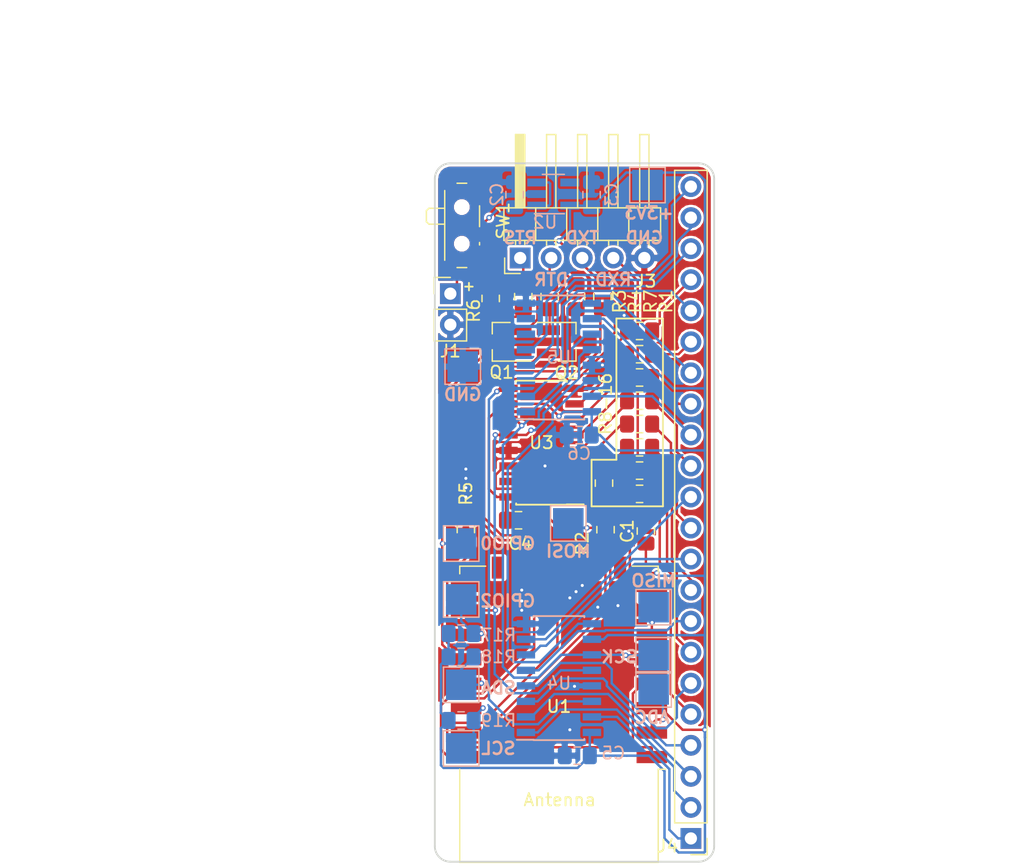
<source format=kicad_pcb>
(kicad_pcb (version 20171130) (host pcbnew 5.0.1+dfsg1-3)
  (layers (0 F.Cu signal) (31 B.Cu signal) (34 B.Paste user) (35 F.Paste user) (36 B.SilkS user) (37 F.SilkS user) (38 B.Mask user) (39 F.Mask user) (44 Edge.Cuts user))
  (net 0 "")
  (net 1 GND)
  (net 2 +3V3)
  (net 3 "Net-(C2-Pad1)")
  (net 4 +BATT)
  (net 5 /RTS)
  (net 6 /DTR)
  (net 7 "Net-(J3-Pad3)")
  (net 8 "Net-(J3-Pad4)")
  (net 9 /GPIO0)
  (net 10 /RESET)
  (net 11 /TXD)
  (net 12 /RXD)
  (net 13 /CS)
  (net 14 /AA)
  (net 15 /AB)
  (net 16 /AC)
  (net 17 /AD)
  (net 18 /AE)
  (net 19 /AF)
  (net 20 /AG)
  (net 21 /ADP)
  (net 22 "Net-(R15-Pad1)")
  (net 23 /SCK)
  (net 24 /MOSI)
  (net 25 /C1)
  (net 26 /C2)
  (net 27 /C3)
  (net 28 /C4)
  (net 29 /AC')
  (net 30 /C5)
  (net 31 /ADP')
  (net 32 /C6)
  (net 33 /AA')
  (net 34 /C7)
  (net 35 /AE')
  (net 36 /C8)
  (net 37 /AD')
  (net 38 /C9)
  (net 39 /AG')
  (net 40 /C10)
  (net 41 /AB')
  (net 42 /C11)
  (net 43 /AF')
  (net 44 /C12)
  (net 45 /C13)
  (net 46 /C14)
  (net 47 /RTS')
  (net 48 /DTR')
  (net 49 /CHAIN1)
  (net 50 /CHAIN2)
  (net 51 /GPIO2)
  (net 52 /SDA)
  (net 53 /SCL)
  (net 54 /ADC)
  (net 55 /MISO)
  (module RF_Module:ESP-12E (layer F.Cu) (at 210.185 110.49 180)
    (fp_text reference U1 (at 0 0.635 180) (layer F.SilkS))
    (fp_text value ESP-12F)
    (fp_text user Antenna (at -0.06 -7) (layer F.SilkS))
    (fp_text user %R (at 0 0.635 180) (layer F.SilkS))
    (pad 1 smd rect (at -7.6 -3.5 180) (size 2.5 1) (layers F.Cu F.Paste F.Mask) (net 10 /RESET))
    (pad 2 smd rect (at -7.6 -1.5 180) (size 2.5 1) (layers F.Cu F.Paste F.Mask) (net 54 /ADC))
    (pad 3 smd rect (at -7.6 0.5 180) (size 2.5 1) (layers F.Cu F.Paste F.Mask) (net 2 +3V3))
    (pad 4 smd rect (at -7.6 2.5 180) (size 2.5 1) (layers F.Cu F.Paste F.Mask) (net 10 /RESET))
    (pad 5 smd rect (at -7.6 4.5 180) (size 2.5 1) (layers F.Cu F.Paste F.Mask) (net 23 /SCK))
    (pad 6 smd rect (at -7.6 6.5 180) (size 2.5 1) (layers F.Cu F.Paste F.Mask) (net 55 /MISO))
    (pad 7 smd rect (at -7.6 8.5 180) (size 2.5 1) (layers F.Cu F.Paste F.Mask) (net 24 /MOSI))
    (pad 8 smd rect (at -7.6 10.5 180) (size 2.5 1) (layers F.Cu F.Paste F.Mask) (net 2 +3V3))
    (pad 9 smd rect (at -5 12 180) (size 1 1.8) (layers F.Cu F.Paste F.Mask))
    (pad 10 smd rect (at -3 12 180) (size 1 1.8) (layers F.Cu F.Paste F.Mask))
    (pad 11 smd rect (at -1 12 180) (size 1 1.8) (layers F.Cu F.Paste F.Mask))
    (pad 12 smd rect (at 1 12 180) (size 1 1.8) (layers F.Cu F.Paste F.Mask))
    (pad 13 smd rect (at 3 12 180) (size 1 1.8) (layers F.Cu F.Paste F.Mask))
    (pad 14 smd rect (at 5 12 180) (size 1 1.8) (layers F.Cu F.Paste F.Mask))
    (pad 15 smd rect (at 7.6 10.5 180) (size 2.5 1) (layers F.Cu F.Paste F.Mask) (net 1 GND))
    (pad 16 smd rect (at 7.6 8.5 180) (size 2.5 1) (layers F.Cu F.Paste F.Mask) (net 13 /CS))
    (pad 17 smd rect (at 7.6 6.5 180) (size 2.5 1) (layers F.Cu F.Paste F.Mask) (net 51 /GPIO2))
    (pad 18 smd rect (at 7.6 4.5 180) (size 2.5 1) (layers F.Cu F.Paste F.Mask) (net 9 /GPIO0))
    (pad 19 smd rect (at 7.6 2.5 180) (size 2.5 1) (layers F.Cu F.Paste F.Mask) (net 52 /SDA))
    (pad 20 smd rect (at 7.6 0.5 180) (size 2.5 1) (layers F.Cu F.Paste F.Mask) (net 53 /SCL))
    (pad 21 smd rect (at 7.6 -1.5 180) (size 2.5 1) (layers F.Cu F.Paste F.Mask) (net 12 /RXD))
    (pad 22 smd rect (at 7.6 -3.5 180) (size 2.5 1) (layers F.Cu F.Paste F.Mask) (net 11 /TXD))
  )
  (module Connector_PinHeader_2.54mm:PinHeader_1x22_P2.54mm_Vertical (layer F.Cu) (at 220.98 120.65 180)
    (fp_text reference J4 (at 1.905 -0.635 180) (layer F.SilkS))
    (fp_text value 14_seg_bubbledisp)
    (pad 1 thru_hole rect (at 0 0 180) (size 1.7 1.7) (drill 1) (layers *.Cu *.Mask) (net 25 /C1))
    (pad 2 thru_hole oval (at 0 2.54 180) (size 1.7 1.7) (drill 1) (layers *.Cu *.Mask) (net 26 /C2))
    (pad 3 thru_hole oval (at 0 5.08 180) (size 1.7 1.7) (drill 1) (layers *.Cu *.Mask) (net 27 /C3))
    (pad 4 thru_hole oval (at 0 7.62 180) (size 1.7 1.7) (drill 1) (layers *.Cu *.Mask) (net 28 /C4))
    (pad 5 thru_hole oval (at 0 10.16 180) (size 1.7 1.7) (drill 1) (layers *.Cu *.Mask) (net 29 /AC'))
    (pad 6 thru_hole oval (at 0 12.7 180) (size 1.7 1.7) (drill 1) (layers *.Cu *.Mask) (net 30 /C5))
    (pad 7 thru_hole oval (at 0 15.24 180) (size 1.7 1.7) (drill 1) (layers *.Cu *.Mask) (net 31 /ADP'))
    (pad 8 thru_hole oval (at 0 17.78 180) (size 1.7 1.7) (drill 1) (layers *.Cu *.Mask) (net 32 /C6))
    (pad 9 thru_hole oval (at 0 20.32 180) (size 1.7 1.7) (drill 1) (layers *.Cu *.Mask) (net 33 /AA'))
    (pad 10 thru_hole oval (at 0 22.86 180) (size 1.7 1.7) (drill 1) (layers *.Cu *.Mask) (net 34 /C7))
    (pad 11 thru_hole oval (at 0 25.4 180) (size 1.7 1.7) (drill 1) (layers *.Cu *.Mask) (net 35 /AE'))
    (pad 12 thru_hole oval (at 0 27.94 180) (size 1.7 1.7) (drill 1) (layers *.Cu *.Mask) (net 36 /C8))
    (pad 13 thru_hole oval (at 0 30.48 180) (size 1.7 1.7) (drill 1) (layers *.Cu *.Mask) (net 37 /AD'))
    (pad 14 thru_hole oval (at 0 33.02 180) (size 1.7 1.7) (drill 1) (layers *.Cu *.Mask) (net 38 /C9))
    (pad 15 thru_hole oval (at 0 35.56 180) (size 1.7 1.7) (drill 1) (layers *.Cu *.Mask) (net 39 /AG'))
    (pad 16 thru_hole oval (at 0 38.1 180) (size 1.7 1.7) (drill 1) (layers *.Cu *.Mask) (net 40 /C10))
    (pad 17 thru_hole oval (at 0 40.64 180) (size 1.7 1.7) (drill 1) (layers *.Cu *.Mask) (net 41 /AB'))
    (pad 18 thru_hole oval (at 0 43.18 180) (size 1.7 1.7) (drill 1) (layers *.Cu *.Mask) (net 42 /C11))
    (pad 19 thru_hole oval (at 0 45.72 180) (size 1.7 1.7) (drill 1) (layers *.Cu *.Mask) (net 43 /AF'))
    (pad 20 thru_hole oval (at 0 48.26 180) (size 1.7 1.7) (drill 1) (layers *.Cu *.Mask) (net 44 /C12))
    (pad 21 thru_hole oval (at 0 50.8 180) (size 1.7 1.7) (drill 1) (layers *.Cu *.Mask) (net 45 /C13))
    (pad 22 thru_hole oval (at 0 53.34 180) (size 1.7 1.7) (drill 1) (layers *.Cu *.Mask) (net 46 /C14))
  )
  (module Resistor_SMD:R_0805_2012Metric_Pad1.15x1.40mm_HandSolder (layer F.Cu) (at 216.78 88.646 180)
    (fp_text reference R8)
    (fp_text value 330)
    (pad 1 smd roundrect (at -1.025 0 180) (size 1.15 1.4) (layers F.Cu F.Paste F.Mask) (roundrect_rratio 0.217391) (net 33 /AA'))
    (pad 2 smd roundrect (at 1.025 0 180) (size 1.15 1.4) (layers F.Cu F.Paste F.Mask) (roundrect_rratio 0.217391) (net 14 /AA))
  )
  (module Capacitor_SMD:C_0805_2012Metric_Pad1.15x1.40mm_HandSolder (layer F.Cu) (at 217.297 95.495 90)
    (fp_text reference C1 (at -0.009 -1.524 90) (layer F.SilkS))
    (fp_text value 100n)
    (pad 2 smd roundrect (at 1.025 0 90) (size 1.15 1.4) (layers F.Cu F.Paste F.Mask) (roundrect_rratio 0.217391) (net 1 GND))
    (pad 1 smd roundrect (at -1.025 0 90) (size 1.15 1.4) (layers F.Cu F.Paste F.Mask) (roundrect_rratio 0.217391) (net 2 +3V3))
  )
  (module Capacitor_SMD:C_0805_2012Metric_Pad1.15x1.40mm_HandSolder (layer B.Cu) (at 206.550976 67.972587 90)
    (fp_text reference C2 (at 0 -1.445976 90) (layer B.SilkS) (effects (justify mirror)))
    (fp_text value 1u)
    (pad 1 smd roundrect (at -1.025 0 90) (size 1.15 1.4) (layers B.Cu B.Paste B.Mask) (roundrect_rratio 0.217391) (net 3 "Net-(C2-Pad1)"))
    (pad 2 smd roundrect (at 1.025 0 90) (size 1.15 1.4) (layers B.Cu B.Paste B.Mask) (roundrect_rratio 0.217391) (net 1 GND))
  )
  (module Capacitor_SMD:C_0805_2012Metric_Pad1.15x1.40mm_HandSolder (layer B.Cu) (at 212.852 67.972587 90)
    (fp_text reference C3 (at 0 1.65 90) (layer B.SilkS) (effects (justify mirror)))
    (fp_text value 1u)
    (pad 2 smd roundrect (at 1.025 0 90) (size 1.15 1.4) (layers B.Cu B.Paste B.Mask) (roundrect_rratio 0.217391) (net 1 GND))
    (pad 1 smd roundrect (at -1.025 0 90) (size 1.15 1.4) (layers B.Cu B.Paste B.Mask) (roundrect_rratio 0.217391) (net 2 +3V3))
  )
  (module Capacitor_SMD:C_0805_2012Metric_Pad1.15x1.40mm_HandSolder (layer F.Cu) (at 206.874 94.615)
    (fp_text reference C4 (at 0.136 1.905) (layer F.SilkS))
    (fp_text value 100n)
    (pad 1 smd roundrect (at -1.025 0) (size 1.15 1.4) (layers F.Cu F.Paste F.Mask) (roundrect_rratio 0.217391) (net 2 +3V3))
    (pad 2 smd roundrect (at 1.025 0) (size 1.15 1.4) (layers F.Cu F.Paste F.Mask) (roundrect_rratio 0.217391) (net 1 GND))
  )
  (module Capacitor_SMD:C_0805_2012Metric_Pad1.15x1.40mm_HandSolder (layer B.Cu) (at 211.682373 113.879758 180)
    (fp_text reference C5 (at -2.947627 0.214758 180) (layer B.SilkS) (effects (justify mirror)))
    (fp_text value 100n)
    (pad 2 smd roundrect (at 1.025 0 180) (size 1.15 1.4) (layers B.Cu B.Paste B.Mask) (roundrect_rratio 0.217391) (net 1 GND))
    (pad 1 smd roundrect (at -1.025 0 180) (size 1.15 1.4) (layers B.Cu B.Paste B.Mask) (roundrect_rratio 0.217391) (net 2 +3V3))
  )
  (module Capacitor_SMD:C_0805_2012Metric_Pad1.15x1.40mm_HandSolder (layer B.Cu) (at 211.839321 87.642285 180)
    (fp_text reference C6 (at 0.003321 -1.511715 180) (layer B.SilkS) (effects (justify mirror)))
    (fp_text value 100n)
    (pad 1 smd roundrect (at -1.025 0 180) (size 1.15 1.4) (layers B.Cu B.Paste B.Mask) (roundrect_rratio 0.217391) (net 2 +3V3))
    (pad 2 smd roundrect (at 1.025 0 180) (size 1.15 1.4) (layers B.Cu B.Paste B.Mask) (roundrect_rratio 0.217391) (net 1 GND))
  )
  (module Connector_PinHeader_2.54mm:PinHeader_1x05_P2.54mm_Horizontal (layer F.Cu) (at 207.01 73.152 90)
    (fp_text reference J3 (at -1.905 10.287 180) (layer F.SilkS))
    (fp_text value Conn_01x05_Male)
    (pad 1 thru_hole rect (at 0 0 90) (size 1.7 1.7) (drill 1) (layers *.Cu *.Mask) (net 5 /RTS))
    (pad 2 thru_hole oval (at 0 2.54 90) (size 1.7 1.7) (drill 1) (layers *.Cu *.Mask) (net 6 /DTR))
    (pad 3 thru_hole oval (at 0 5.08 90) (size 1.7 1.7) (drill 1) (layers *.Cu *.Mask) (net 7 "Net-(J3-Pad3)"))
    (pad 4 thru_hole oval (at 0 7.62 90) (size 1.7 1.7) (drill 1) (layers *.Cu *.Mask) (net 8 "Net-(J3-Pad4)"))
    (pad 5 thru_hole oval (at 0 10.16 90) (size 1.7 1.7) (drill 1) (layers *.Cu *.Mask) (net 1 GND))
  )
  (module Package_TO_SOT_SMD:SOT-23_Handsoldering (layer F.Cu) (at 205.486 80.01 180)
    (fp_text reference Q1 (at 0 -2.5 180) (layer F.SilkS))
    (fp_text value Q_NPN_BEC)
    (pad 3 smd rect (at 1.5 0 180) (size 1.9 0.8) (layers F.Cu F.Paste F.Mask) (net 9 /GPIO0))
    (pad 2 smd rect (at -1.5 0.95 180) (size 1.9 0.8) (layers F.Cu F.Paste F.Mask) (net 6 /DTR))
    (pad 1 smd rect (at -1.5 -0.95 180) (size 1.9 0.8) (layers F.Cu F.Paste F.Mask) (net 47 /RTS'))
  )
  (module Package_TO_SOT_SMD:SOT-23_Handsoldering (layer F.Cu) (at 210.82 80.01)
    (fp_text reference Q2 (at 0 2.54) (layer F.SilkS))
    (fp_text value Q_NPN_BEC)
    (pad 1 smd rect (at -1.5 -0.95) (size 1.9 0.8) (layers F.Cu F.Paste F.Mask) (net 48 /DTR'))
    (pad 2 smd rect (at -1.5 0.95) (size 1.9 0.8) (layers F.Cu F.Paste F.Mask) (net 5 /RTS))
    (pad 3 smd rect (at 1.5 0) (size 1.9 0.8) (layers F.Cu F.Paste F.Mask) (net 10 /RESET))
  )
  (module Resistor_SMD:R_0805_2012Metric_Pad1.15x1.40mm_HandSolder (layer F.Cu) (at 213.741 76.318 90)
    (fp_text reference R1 (at -0.39 5.207 90) (layer F.SilkS))
    (fp_text value 1k)
    (pad 2 smd roundrect (at 1.025 0 90) (size 1.15 1.4) (layers F.Cu F.Paste F.Mask) (roundrect_rratio 0.217391) (net 7 "Net-(J3-Pad3)"))
    (pad 1 smd roundrect (at -1.025 0 90) (size 1.15 1.4) (layers F.Cu F.Paste F.Mask) (roundrect_rratio 0.217391) (net 11 /TXD))
  )
  (module Resistor_SMD:R_0805_2012Metric_Pad1.15x1.40mm_HandSolder (layer F.Cu) (at 213.995 95.386 90)
    (fp_text reference R2 (at -1.134 -1.905 90) (layer F.SilkS))
    (fp_text value 1k)
    (pad 1 smd roundrect (at -1.025 0 90) (size 1.15 1.4) (layers F.Cu F.Paste F.Mask) (roundrect_rratio 0.217391) (net 12 /RXD))
    (pad 2 smd roundrect (at 1.025 0 90) (size 1.15 1.4) (layers F.Cu F.Paste F.Mask) (roundrect_rratio 0.217391) (net 8 "Net-(J3-Pad4)"))
  )
  (module Resistor_SMD:R_0805_2012Metric_Pad1.15x1.40mm_HandSolder (layer F.Cu) (at 207.264 76.318 90)
    (fp_text reference R3 (at -0.39 7.874 90) (layer F.SilkS))
    (fp_text value 10k)
    (pad 2 smd roundrect (at 1.025 0 90) (size 1.15 1.4) (layers F.Cu F.Paste F.Mask) (roundrect_rratio 0.217391) (net 5 /RTS))
    (pad 1 smd roundrect (at -1.025 0 90) (size 1.15 1.4) (layers F.Cu F.Paste F.Mask) (roundrect_rratio 0.217391) (net 47 /RTS'))
  )
  (module Resistor_SMD:R_0805_2012Metric_Pad1.15x1.40mm_HandSolder (layer F.Cu) (at 209.423 76.318 90)
    (fp_text reference R4 (at -0.39 6.985 90) (layer F.SilkS))
    (fp_text value 10k)
    (pad 1 smd roundrect (at -1.025 0 90) (size 1.15 1.4) (layers F.Cu F.Paste F.Mask) (roundrect_rratio 0.217391) (net 48 /DTR'))
    (pad 2 smd roundrect (at 1.025 0 90) (size 1.15 1.4) (layers F.Cu F.Paste F.Mask) (roundrect_rratio 0.217391) (net 6 /DTR))
  )
  (module Resistor_SMD:R_0805_2012Metric_Pad1.15x1.40mm_HandSolder (layer F.Cu) (at 202.565 95.368 90)
    (fp_text reference R5 (at 2.93 0 90) (layer F.SilkS))
    (fp_text value 10K)
    (pad 2 smd roundrect (at 1.025 0 90) (size 1.15 1.4) (layers F.Cu F.Paste F.Mask) (roundrect_rratio 0.217391) (net 1 GND))
    (pad 1 smd roundrect (at -1.025 0 90) (size 1.15 1.4) (layers F.Cu F.Paste F.Mask) (roundrect_rratio 0.217391) (net 13 /CS))
  )
  (module Resistor_SMD:R_0805_2012Metric_Pad1.15x1.40mm_HandSolder (layer F.Cu) (at 204.597 76.463 270)
    (fp_text reference R6 (at 1.007 1.397 270) (layer F.SilkS))
    (fp_text value 10k)
    (pad 1 smd roundrect (at -1.025 0 270) (size 1.15 1.4) (layers F.Cu F.Paste F.Mask) (roundrect_rratio 0.217391) (net 2 +3V3))
    (pad 2 smd roundrect (at 1.025 0 270) (size 1.15 1.4) (layers F.Cu F.Paste F.Mask) (roundrect_rratio 0.217391) (net 9 /GPIO0))
  )
  (module Resistor_SMD:R_0805_2012Metric_Pad1.15x1.40mm_HandSolder (layer F.Cu) (at 211.582 76.318 270)
    (fp_text reference R7 (at 0.39 -6.096 270) (layer F.SilkS))
    (fp_text value 10k)
    (pad 2 smd roundrect (at 1.025 0 270) (size 1.15 1.4) (layers F.Cu F.Paste F.Mask) (roundrect_rratio 0.217391) (net 10 /RESET))
    (pad 1 smd roundrect (at -1.025 0 270) (size 1.15 1.4) (layers F.Cu F.Paste F.Mask) (roundrect_rratio 0.217391) (net 2 +3V3))
  )
  (module Resistor_SMD:R_0805_2012Metric_Pad1.15x1.40mm_HandSolder (layer F.Cu) (at 216.78 81.026 180)
    (fp_text reference R9)
    (fp_text value 330)
    (pad 2 smd roundrect (at 1.025 0 180) (size 1.15 1.4) (layers F.Cu F.Paste F.Mask) (roundrect_rratio 0.217391) (net 15 /AB))
    (pad 1 smd roundrect (at -1.025 0 180) (size 1.15 1.4) (layers F.Cu F.Paste F.Mask) (roundrect_rratio 0.217391) (net 41 /AB'))
  )
  (module Resistor_SMD:R_0805_2012Metric_Pad1.15x1.40mm_HandSolder (layer F.Cu) (at 216.78 92.456 180)
    (fp_text reference R10)
    (fp_text value 330)
    (pad 1 smd roundrect (at -1.025 0 180) (size 1.15 1.4) (layers F.Cu F.Paste F.Mask) (roundrect_rratio 0.217391) (net 29 /AC'))
    (pad 2 smd roundrect (at 1.025 0 180) (size 1.15 1.4) (layers F.Cu F.Paste F.Mask) (roundrect_rratio 0.217391) (net 16 /AC))
  )
  (module Resistor_SMD:R_0805_2012Metric_Pad1.15x1.40mm_HandSolder (layer F.Cu) (at 216.78 84.836 180)
    (fp_text reference R11)
    (fp_text value 330)
    (pad 2 smd roundrect (at 1.025 0 180) (size 1.15 1.4) (layers F.Cu F.Paste F.Mask) (roundrect_rratio 0.217391) (net 17 /AD))
    (pad 1 smd roundrect (at -1.025 0 180) (size 1.15 1.4) (layers F.Cu F.Paste F.Mask) (roundrect_rratio 0.217391) (net 37 /AD'))
  )
  (module Resistor_SMD:R_0805_2012Metric_Pad1.15x1.40mm_HandSolder (layer F.Cu) (at 216.78 86.741 180)
    (fp_text reference R12)
    (fp_text value 330)
    (pad 1 smd roundrect (at -1.025 0 180) (size 1.15 1.4) (layers F.Cu F.Paste F.Mask) (roundrect_rratio 0.217391) (net 35 /AE'))
    (pad 2 smd roundrect (at 1.025 0 180) (size 1.15 1.4) (layers F.Cu F.Paste F.Mask) (roundrect_rratio 0.217391) (net 18 /AE))
  )
  (module Resistor_SMD:R_0805_2012Metric_Pad1.15x1.40mm_HandSolder (layer F.Cu) (at 216.78 79.121 180)
    (fp_text reference R13)
    (fp_text value 330)
    (pad 2 smd roundrect (at 1.025 0 180) (size 1.15 1.4) (layers F.Cu F.Paste F.Mask) (roundrect_rratio 0.217391) (net 19 /AF))
    (pad 1 smd roundrect (at -1.025 0 180) (size 1.15 1.4) (layers F.Cu F.Paste F.Mask) (roundrect_rratio 0.217391) (net 43 /AF'))
  )
  (module Resistor_SMD:R_0805_2012Metric_Pad1.15x1.40mm_HandSolder (layer F.Cu) (at 216.78 82.931 180)
    (fp_text reference R14)
    (fp_text value 330)
    (pad 1 smd roundrect (at -1.025 0 180) (size 1.15 1.4) (layers F.Cu F.Paste F.Mask) (roundrect_rratio 0.217391) (net 39 /AG'))
    (pad 2 smd roundrect (at 1.025 0 180) (size 1.15 1.4) (layers F.Cu F.Paste F.Mask) (roundrect_rratio 0.217391) (net 20 /AG))
  )
  (module Resistor_SMD:R_0805_2012Metric_Pad1.15x1.40mm_HandSolder (layer F.Cu) (at 213.868 91.576 270)
    (fp_text reference R15)
    (fp_text value 330)
    (pad 2 smd roundrect (at 1.025 0 270) (size 1.15 1.4) (layers F.Cu F.Paste F.Mask) (roundrect_rratio 0.217391) (net 21 /ADP))
    (pad 1 smd roundrect (at -1.025 0 270) (size 1.15 1.4) (layers F.Cu F.Paste F.Mask) (roundrect_rratio 0.217391) (net 22 "Net-(R15-Pad1)"))
  )
  (module Resistor_SMD:R_0805_2012Metric_Pad1.15x1.40mm_HandSolder (layer F.Cu) (at 216.78 90.551 180)
    (fp_text reference R16)
    (fp_text value 330)
    (pad 1 smd roundrect (at -1.025 0 180) (size 1.15 1.4) (layers F.Cu F.Paste F.Mask) (roundrect_rratio 0.217391) (net 31 /ADP'))
    (pad 2 smd roundrect (at 1.025 0 180) (size 1.15 1.4) (layers F.Cu F.Paste F.Mask) (roundrect_rratio 0.217391) (net 22 "Net-(R15-Pad1)"))
  )
  (module Button_Switch_SMD:SW_SPDT_PCM12 (layer F.Cu) (at 202.565 70.485 270)
    (fp_text reference SW1 (at -0.381 -3.048 270) (layer F.SilkS))
    (fp_text value SW_SPDT)
    (pad "" np_thru_hole circle (at -1.5 0.33 270) (size 0.9 0.9) (drill 0.9) (layers *.Cu *.Mask))
    (pad "" np_thru_hole circle (at 1.5 0.33 270) (size 0.9 0.9) (drill 0.9) (layers *.Cu *.Mask))
    (pad 1 smd rect (at -2.25 -1.43 270) (size 0.7 1.5) (layers F.Cu F.Paste F.Mask) (net 1 GND))
    (pad 2 smd rect (at 0.75 -1.43 270) (size 0.7 1.5) (layers F.Cu F.Paste F.Mask) (net 3 "Net-(C2-Pad1)"))
    (pad 3 smd rect (at 2.25 -1.43 270) (size 0.7 1.5) (layers F.Cu F.Paste F.Mask) (net 4 +BATT))
    (pad "" smd rect (at -3.65 1.43 270) (size 1 0.8) (layers F.Cu F.Paste F.Mask))
    (pad "" smd rect (at 3.65 1.43 270) (size 1 0.8) (layers F.Cu F.Paste F.Mask))
    (pad "" smd rect (at 3.65 -0.78 270) (size 1 0.8) (layers F.Cu F.Paste F.Mask))
    (pad "" smd rect (at -3.65 -0.78 270) (size 1 0.8) (layers F.Cu F.Paste F.Mask))
  )
  (module Package_SO:SOIC-16_3.9x9.9mm_P1.27mm (layer F.Cu) (at 208.755 88.265 180)
    (fp_text reference U3 (at 0 0 180) (layer F.SilkS))
    (fp_text value 74HC595)
    (pad 1 smd rect (at -2.7 -4.445 180) (size 1.5 0.6) (layers F.Cu F.Paste F.Mask) (net 21 /ADP))
    (pad 2 smd rect (at -2.7 -3.175 180) (size 1.5 0.6) (layers F.Cu F.Paste F.Mask) (net 14 /AA))
    (pad 3 smd rect (at -2.7 -1.905 180) (size 1.5 0.6) (layers F.Cu F.Paste F.Mask) (net 18 /AE))
    (pad 4 smd rect (at -2.7 -0.635 180) (size 1.5 0.6) (layers F.Cu F.Paste F.Mask) (net 17 /AD))
    (pad 5 smd rect (at -2.7 0.635 180) (size 1.5 0.6) (layers F.Cu F.Paste F.Mask) (net 20 /AG))
    (pad 6 smd rect (at -2.7 1.905 180) (size 1.5 0.6) (layers F.Cu F.Paste F.Mask) (net 15 /AB))
    (pad 7 smd rect (at -2.7 3.175 180) (size 1.5 0.6) (layers F.Cu F.Paste F.Mask) (net 19 /AF))
    (pad 8 smd rect (at -2.7 4.445 180) (size 1.5 0.6) (layers F.Cu F.Paste F.Mask) (net 1 GND))
    (pad 9 smd rect (at 2.7 4.445 180) (size 1.5 0.6) (layers F.Cu F.Paste F.Mask) (net 49 /CHAIN1))
    (pad 10 smd rect (at 2.7 3.175 180) (size 1.5 0.6) (layers F.Cu F.Paste F.Mask) (net 2 +3V3))
    (pad 11 smd rect (at 2.7 1.905 180) (size 1.5 0.6) (layers F.Cu F.Paste F.Mask) (net 23 /SCK))
    (pad 12 smd rect (at 2.7 0.635 180) (size 1.5 0.6) (layers F.Cu F.Paste F.Mask) (net 13 /CS))
    (pad 13 smd rect (at 2.7 -0.635 180) (size 1.5 0.6) (layers F.Cu F.Paste F.Mask) (net 1 GND))
    (pad 14 smd rect (at 2.7 -1.905 180) (size 1.5 0.6) (layers F.Cu F.Paste F.Mask) (net 24 /MOSI))
    (pad 15 smd rect (at 2.7 -3.175 180) (size 1.5 0.6) (layers F.Cu F.Paste F.Mask) (net 16 /AC))
    (pad 16 smd rect (at 2.7 -4.445 180) (size 1.5 0.6) (layers F.Cu F.Paste F.Mask) (net 2 +3V3))
  )
  (module Package_SO:SOIC-16_3.9x9.9mm_P1.27mm (layer B.Cu) (at 210.182373 107.529758)
    (fp_text reference U4 (at 0 0.420242) (layer B.SilkS) (effects (justify mirror)))
    (fp_text value 74HC595)
    (pad 1 smd rect (at -2.7 4.445) (size 1.5 0.6) (layers B.Cu B.Paste B.Mask) (net 26 /C2))
    (pad 2 smd rect (at -2.7 3.175) (size 1.5 0.6) (layers B.Cu B.Paste B.Mask) (net 27 /C3))
    (pad 3 smd rect (at -2.7 1.905) (size 1.5 0.6) (layers B.Cu B.Paste B.Mask) (net 28 /C4))
    (pad 4 smd rect (at -2.7 0.635) (size 1.5 0.6) (layers B.Cu B.Paste B.Mask) (net 30 /C5))
    (pad 5 smd rect (at -2.7 -0.635) (size 1.5 0.6) (layers B.Cu B.Paste B.Mask) (net 32 /C6))
    (pad 6 smd rect (at -2.7 -1.905) (size 1.5 0.6) (layers B.Cu B.Paste B.Mask) (net 34 /C7))
    (pad 7 smd rect (at -2.7 -3.175) (size 1.5 0.6) (layers B.Cu B.Paste B.Mask) (net 36 /C8))
    (pad 8 smd rect (at -2.7 -4.445) (size 1.5 0.6) (layers B.Cu B.Paste B.Mask) (net 1 GND))
    (pad 9 smd rect (at 2.7 -4.445) (size 1.5 0.6) (layers B.Cu B.Paste B.Mask) (net 50 /CHAIN2))
    (pad 10 smd rect (at 2.7 -3.175) (size 1.5 0.6) (layers B.Cu B.Paste B.Mask) (net 2 +3V3))
    (pad 11 smd rect (at 2.7 -1.905) (size 1.5 0.6) (layers B.Cu B.Paste B.Mask) (net 23 /SCK))
    (pad 12 smd rect (at 2.7 -0.635) (size 1.5 0.6) (layers B.Cu B.Paste B.Mask) (net 13 /CS))
    (pad 13 smd rect (at 2.7 0.635) (size 1.5 0.6) (layers B.Cu B.Paste B.Mask) (net 1 GND))
    (pad 14 smd rect (at 2.7 1.905) (size 1.5 0.6) (layers B.Cu B.Paste B.Mask) (net 49 /CHAIN1))
    (pad 15 smd rect (at 2.7 3.175) (size 1.5 0.6) (layers B.Cu B.Paste B.Mask) (net 25 /C1))
    (pad 16 smd rect (at 2.7 4.445) (size 1.5 0.6) (layers B.Cu B.Paste B.Mask) (net 2 +3V3))
  )
  (module Package_SO:SOIC-16_3.9x9.9mm_P1.27mm (layer B.Cu) (at 210.179321 81.292285)
    (fp_text reference U5 (at 0 -0.012285) (layer B.SilkS) (effects (justify mirror)))
    (fp_text value 74HC595)
    (pad 16 smd rect (at 2.7 4.445) (size 1.5 0.6) (layers B.Cu B.Paste B.Mask) (net 2 +3V3))
    (pad 15 smd rect (at 2.7 3.175) (size 1.5 0.6) (layers B.Cu B.Paste B.Mask) (net 38 /C9))
    (pad 14 smd rect (at 2.7 1.905) (size 1.5 0.6) (layers B.Cu B.Paste B.Mask) (net 50 /CHAIN2))
    (pad 13 smd rect (at 2.7 0.635) (size 1.5 0.6) (layers B.Cu B.Paste B.Mask) (net 1 GND))
    (pad 12 smd rect (at 2.7 -0.635) (size 1.5 0.6) (layers B.Cu B.Paste B.Mask) (net 13 /CS))
    (pad 11 smd rect (at 2.7 -1.905) (size 1.5 0.6) (layers B.Cu B.Paste B.Mask) (net 23 /SCK))
    (pad 10 smd rect (at 2.7 -3.175) (size 1.5 0.6) (layers B.Cu B.Paste B.Mask) (net 2 +3V3))
    (pad 9 smd rect (at 2.7 -4.445) (size 1.5 0.6) (layers B.Cu B.Paste B.Mask))
    (pad 8 smd rect (at -2.7 -4.445) (size 1.5 0.6) (layers B.Cu B.Paste B.Mask) (net 1 GND))
    (pad 7 smd rect (at -2.7 -3.175) (size 1.5 0.6) (layers B.Cu B.Paste B.Mask))
    (pad 6 smd rect (at -2.7 -1.905) (size 1.5 0.6) (layers B.Cu B.Paste B.Mask))
    (pad 5 smd rect (at -2.7 -0.635) (size 1.5 0.6) (layers B.Cu B.Paste B.Mask) (net 46 /C14))
    (pad 4 smd rect (at -2.7 0.635) (size 1.5 0.6) (layers B.Cu B.Paste B.Mask) (net 45 /C13))
    (pad 3 smd rect (at -2.7 1.905) (size 1.5 0.6) (layers B.Cu B.Paste B.Mask) (net 44 /C12))
    (pad 2 smd rect (at -2.7 3.175) (size 1.5 0.6) (layers B.Cu B.Paste B.Mask) (net 42 /C11))
    (pad 1 smd rect (at -2.7 4.445) (size 1.5 0.6) (layers B.Cu B.Paste B.Mask) (net 40 /C10))
  )
  (module Connector_PinHeader_2.54mm:PinHeader_1x02_P2.54mm_Vertical (layer F.Cu) (at 201.295 76.073)
    (fp_text reference J1 (at 0 4.699) (layer F.SilkS))
    (fp_text value Conn_01x02_Male)
    (pad 1 thru_hole rect (at 0 0) (size 1.7 1.7) (drill 1) (layers *.Cu *.Mask) (net 4 +BATT))
    (pad 2 thru_hole oval (at 0 2.54) (size 1.7 1.7) (drill 1) (layers *.Cu *.Mask) (net 1 GND))
  )
  (module Resistor_SMD:R_0805_2012Metric_Pad1.15x1.40mm_HandSolder (layer B.Cu) (at 202.175 103.886)
    (fp_text reference R17 (at 3.057 0.127) (layer B.SilkS) (effects (justify mirror)))
    (fp_text value 10K)
    (pad 2 smd roundrect (at 1.025 0) (size 1.15 1.4) (layers B.Cu B.Paste B.Mask) (roundrect_rratio 0.217391) (net 51 /GPIO2))
    (pad 1 smd roundrect (at -1.025 0) (size 1.15 1.4) (layers B.Cu B.Paste B.Mask) (roundrect_rratio 0.217391) (net 2 +3V3))
  )
  (module Resistor_SMD:R_0805_2012Metric_Pad1.15x1.40mm_HandSolder (layer B.Cu) (at 202.175 105.791)
    (fp_text reference R18 (at 3.057 0) (layer B.SilkS) (effects (justify mirror)))
    (fp_text value 10K)
    (pad 1 smd roundrect (at -1.025 0) (size 1.15 1.4) (layers B.Cu B.Paste B.Mask) (roundrect_rratio 0.217391) (net 2 +3V3))
    (pad 2 smd roundrect (at 1.025 0) (size 1.15 1.4) (layers B.Cu B.Paste B.Mask) (roundrect_rratio 0.217391) (net 52 /SDA))
  )
  (module Resistor_SMD:R_0805_2012Metric_Pad1.15x1.40mm_HandSolder (layer B.Cu) (at 202.175 110.998)
    (fp_text reference R19 (at 3.057 0) (layer B.SilkS) (effects (justify mirror)))
    (fp_text value 10K)
    (pad 1 smd roundrect (at -1.025 0) (size 1.15 1.4) (layers B.Cu B.Paste B.Mask) (roundrect_rratio 0.217391) (net 2 +3V3))
    (pad 2 smd roundrect (at 1.025 0) (size 1.15 1.4) (layers B.Cu B.Paste B.Mask) (roundrect_rratio 0.217391) (net 53 /SCL))
  )
  (module TestPoint:TestPoint_Pad_2.5x2.5mm (layer B.Cu) (at 217.424 67.183)
    (fp_text reference TP1)
    (fp_text value TestPoint)
    (pad 1 smd rect (at 0 0) (size 2.5 2.5) (layers B.Cu B.Mask) (net 2 +3V3))
  )
  (module TestPoint:TestPoint_Pad_2.5x2.5mm (layer B.Cu) (at 217.932 101.727)
    (fp_text reference TP2)
    (fp_text value TestPoint)
    (pad 1 smd rect (at 0 0) (size 2.5 2.5) (layers B.Cu B.Mask) (net 55 /MISO))
  )
  (module TestPoint:TestPoint_Pad_2.5x2.5mm (layer B.Cu) (at 202.184 108.077)
    (fp_text reference TP3)
    (fp_text value TestPoint)
    (pad 1 smd rect (at 0 0) (size 2.5 2.5) (layers B.Cu B.Mask) (net 52 /SDA))
  )
  (module TestPoint:TestPoint_Pad_2.5x2.5mm (layer B.Cu) (at 202.184 96.52)
    (fp_text reference TP4)
    (fp_text value TestPoint)
    (pad 1 smd rect (at 0 0) (size 2.5 2.5) (layers B.Cu B.Mask) (net 9 /GPIO0))
  )
  (module TestPoint:TestPoint_Pad_2.5x2.5mm (layer B.Cu) (at 202.311 82.042)
    (fp_text reference TP5)
    (fp_text value TestPoint)
    (pad 1 smd rect (at 0 0) (size 2.5 2.5) (layers B.Cu B.Mask) (net 1 GND))
  )
  (module TestPoint:TestPoint_Pad_2.5x2.5mm (layer B.Cu) (at 210.947 94.869)
    (fp_text reference TP6)
    (fp_text value TestPoint)
    (pad 1 smd rect (at 0 0) (size 2.5 2.5) (layers B.Cu B.Mask) (net 24 /MOSI))
  )
  (module TestPoint:TestPoint_Pad_2.5x2.5mm (layer B.Cu) (at 202.184 113.284)
    (fp_text reference TP7)
    (fp_text value TestPoint)
    (pad 1 smd rect (at 0 0) (size 2.5 2.5) (layers B.Cu B.Mask) (net 53 /SCL))
  )
  (module TestPoint:TestPoint_Pad_2.5x2.5mm (layer B.Cu) (at 202.184 101.092)
    (fp_text reference TP8)
    (fp_text value TestPoint)
    (pad 1 smd rect (at 0 0) (size 2.5 2.5) (layers B.Cu B.Mask) (net 51 /GPIO2))
  )
  (module TestPoint:TestPoint_Pad_2.5x2.5mm (layer B.Cu) (at 217.932 108.458)
    (fp_text reference TP9)
    (fp_text value TestPoint)
    (pad 1 smd rect (at 0 0) (size 2.5 2.5) (layers B.Cu B.Mask) (net 54 /ADC))
  )
  (module TestPoint:TestPoint_Pad_2.5x2.5mm (layer B.Cu) (at 217.932 105.664)
    (fp_text reference TP10)
    (fp_text value TestPoint)
    (pad 1 smd rect (at 0 0) (size 2.5 2.5) (layers B.Cu B.Mask) (net 23 /SCK))
  )
  (module Package_TO_SOT_SMD:SOT-23-5_HandSoldering (layer B.Cu) (at 209.724 67.920848)
    (fp_text reference U2 (at -0.682 2.310152) (layer B.SilkS) (effects (justify mirror)))
    (fp_text value MIC5504-3.3YM5)
    (pad 1 smd rect (at -1.35 0.95) (size 1.56 0.65) (layers B.Cu B.Paste B.Mask) (net 3 "Net-(C2-Pad1)"))
    (pad 2 smd rect (at -1.35 0) (size 1.56 0.65) (layers B.Cu B.Paste B.Mask) (net 1 GND))
    (pad 3 smd rect (at -1.35 -0.95) (size 1.56 0.65) (layers B.Cu B.Paste B.Mask) (net 3 "Net-(C2-Pad1)"))
    (pad 4 smd rect (at 1.35 -0.95) (size 1.56 0.65) (layers B.Cu B.Paste B.Mask))
    (pad 5 smd rect (at 1.35 0.95) (size 1.56 0.65) (layers B.Cu B.Paste B.Mask) (net 2 +3V3))
  )
  (gr_text GND (at 217.17 71.501) (layer B.SilkS) (effects (font (size 1 1) (thickness 0.2)) (justify mirror)))
  (gr_text RXD (at 214.63 74.93) (layer B.SilkS) (effects (font (size 1 1) (thickness 0.2)) (justify mirror)))
  (gr_text TXD (at 212.09 71.501) (layer B.SilkS) (effects (font (size 1 1) (thickness 0.2)) (justify mirror)))
  (gr_text DTR (at 209.55 74.93) (layer B.SilkS) (effects (font (size 1 1) (thickness 0.2)) (justify mirror)))
  (gr_text RTS (at 207.01 71.501) (layer B.SilkS) (effects (font (size 1 1) (thickness 0.2)) (justify mirror)))
  (gr_text MISO (at 217.932 99.568) (layer B.SilkS) (effects (font (size 1 1) (thickness 0.2)) (justify mirror)))
  (gr_text SCK (at 215.138 105.791) (layer B.SilkS) (effects (font (size 1 1) (thickness 0.2)) (justify mirror)))
  (gr_text ADC (at 217.805 110.744) (layer B.SilkS) (effects (font (size 1 1) (thickness 0.2)) (justify mirror)))
  (gr_text SCL (at 205.232 113.284) (layer B.SilkS) (effects (font (size 1 1) (thickness 0.2)) (justify mirror)))
  (gr_text SDA (at 205.232 108.331) (layer B.SilkS) (effects (font (size 1 1) (thickness 0.2)) (justify mirror)))
  (gr_text GPIO2 (at 205.994 101.219) (layer B.SilkS) (effects (font (size 1 1) (thickness 0.2)) (justify mirror)))
  (gr_text MOSI (at 210.947 97.155) (layer B.SilkS) (effects (font (size 1 1) (thickness 0.2)) (justify mirror)))
  (gr_text GPIO0 (at 205.994 96.52) (layer B.SilkS) (effects (font (size 1 1) (thickness 0.2)) (justify mirror)))
  (gr_text GND (at 202.311 84.328) (layer B.SilkS) (effects (font (size 1 1) (thickness 0.2)) (justify mirror)))
  (gr_text +3V3 (at 217.551 69.469) (layer B.SilkS) (effects (font (size 1 1) (thickness 0.2)) (justify mirror)))
  (gr_text + (at 202.819 75.438) (layer F.SilkS) (effects (font (size 0.8 0.8))))
  (gr_text R8-16 (at 213.995 85.09 90) (layer F.SilkS) (effects (font (size 1 1))))
  (gr_line (start 218.694 78.105) (end 214.884 78.105) (layer F.SilkS) (width 0.15))
  (gr_line (start 218.694 93.472) (end 218.694 78.105) (layer F.SilkS) (width 0.15))
  (gr_line (start 212.852 93.472) (end 218.694 93.472) (layer F.SilkS) (width 0.15))
  (gr_line (start 212.852 89.662) (end 212.852 93.472) (layer F.SilkS) (width 0.15))
  (gr_line (start 214.884 89.662) (end 212.852 89.662) (layer F.SilkS) (width 0.15))
  (gr_line (start 214.884 78.105) (end 214.884 89.662) (layer F.SilkS) (width 0.15))
  (gr_arc (start 221.615 121.285) (end 221.615 122.555) (angle -90) (layer Edge.Cuts) (width 0.15))
  (gr_arc (start 201.295 121.285) (end 200.025 121.285) (angle -90) (layer Edge.Cuts) (width 0.15))
  (gr_arc (start 201.295 66.675) (end 201.295 65.405) (angle -90) (layer Edge.Cuts) (width 0.15))
  (gr_arc (start 221.615 66.675) (end 222.885 66.675) (angle -90) (layer Edge.Cuts) (width 0.15))
  (gr_line (start 222.885 121.285) (end 222.885 66.675) (layer Edge.Cuts) (width 0.15))
  (gr_line (start 201.295 122.555) (end 221.615 122.555) (layer Edge.Cuts) (width 0.15))
  (gr_line (start 200.025 66.675) (end 200.025 121.285) (layer Edge.Cuts) (width 0.15))
  (gr_line (start 221.615 65.405) (end 201.295 65.405) (layer Edge.Cuts) (width 0.15))
  (via (at 211.582 100.457) (size 0.45) (drill 0.25) (layers F.Cu B.Cu) (net 1))
  (via (at 211.074 111.76) (size 0.45) (drill 0.25) (layers F.Cu B.Cu) (net 1))
  (via (at 211.455 108.204) (size 0.45) (drill 0.25) (layers F.Cu B.Cu) (net 1))
  (via (at 202.565 92.71) (size 0.45) (drill 0.25) (layers F.Cu B.Cu) (net 1))
  (via (at 209.042 90.17) (size 0.45) (drill 0.25) (layers F.Cu B.Cu) (net 1))
  (via (at 215.9 95.504) (size 0.45) (drill 0.25) (layers F.Cu B.Cu) (net 1))
  (via (at 213.36 101.727) (size 0.45) (drill 0.25) (layers F.Cu B.Cu) (net 1))
  (via (at 215.011 101.6) (size 0.45) (drill 0.25) (layers F.Cu B.Cu) (net 1))
  (via (at 215.519 77.851) (size 0.45) (drill 0.25) (layers F.Cu B.Cu) (net 1))
  (via (at 213.741 81.915) (size 0.45) (drill 0.25) (layers F.Cu B.Cu) (net 1))
  (via (at 207.137 101.219) (size 0.45) (drill 0.25) (layers F.Cu B.Cu) (net 1))
  (via (at 207.137 100.33) (size 0.45) (drill 0.25) (layers F.Cu B.Cu) (net 1))
  (via (at 207.137 101.981) (size 0.45) (drill 0.25) (layers F.Cu B.Cu) (net 1))
  (via (at 212.09 99.949) (size 0.45) (drill 0.25) (layers F.Cu B.Cu) (net 1))
  (via (at 211.074 100.965) (size 0.45) (drill 0.25) (layers F.Cu B.Cu) (net 1))
  (via (at 202.565 91.948) (size 0.45) (drill 0.25) (layers F.Cu B.Cu) (net 1))
  (via (at 202.565 91.186) (size 0.45) (drill 0.25) (layers F.Cu B.Cu) (net 1))
  (via (at 202.565 90.424) (size 0.45) (drill 0.25) (layers F.Cu B.Cu) (net 1))
  (segment (start 217.297 99.502) (end 217.785 99.99) (width 0.2) (layer F.Cu) (net 2))
  (segment (start 212.707373 112.149758) (end 212.882373 111.974758) (width 0.2) (layer B.Cu) (net 2))
  (segment (start 212.707373 113.879758) (end 212.707373 112.149758) (width 0.2) (layer B.Cu) (net 2))
  (segment (start 212.864321 85.752285) (end 212.879321 85.737285) (width 0.2) (layer B.Cu) (net 2))
  (segment (start 212.864321 87.642285) (end 212.864321 85.752285) (width 0.2) (layer B.Cu) (net 2))
  (segment (start 205.849 92.916) (end 206.055 92.71) (width 0.2) (layer F.Cu) (net 2))
  (segment (start 205.849 94.615) (end 205.849 92.916) (width 0.2) (layer F.Cu) (net 2))
  (segment (start 212.921615 104.394) (end 212.882373 104.354758) (width 0.2) (layer B.Cu) (net 2))
  (segment (start 217.297 98.933) (end 217.297 99.502) (width 0.2) (layer F.Cu) (net 2))
  (via (at 218.186 98.933) (size 0.45) (drill 0.25) (layers F.Cu B.Cu) (net 2))
  (segment (start 217.297 98.933) (end 218.186 98.933) (width 0.2) (layer F.Cu) (net 2))
  (segment (start 218.186 98.933) (end 218.410999 99.157999) (width 0.2) (layer B.Cu) (net 2))
  (segment (start 218.410999 99.157999) (end 222.130001 99.157999) (width 0.2) (layer B.Cu) (net 2))
  (segment (start 215.73372 113.879758) (end 212.707373 113.879758) (width 0.2) (layer B.Cu) (net 2))
  (segment (start 217.555038 113.879758) (end 215.73372 113.879758) (width 0.2) (layer B.Cu) (net 2))
  (segment (start 222.130001 121.740001) (end 222.070001 121.800001) (width 0.2) (layer B.Cu) (net 2))
  (segment (start 218.821 120.65) (end 218.821 115.14572) (width 0.2) (layer B.Cu) (net 2))
  (segment (start 222.070001 121.800001) (end 219.971001 121.800001) (width 0.2) (layer B.Cu) (net 2))
  (segment (start 218.821 115.14572) (end 217.555038 113.879758) (width 0.2) (layer B.Cu) (net 2))
  (segment (start 219.971001 121.800001) (end 218.821 120.65) (width 0.2) (layer B.Cu) (net 2))
  (via (at 222.123 111.76) (size 0.45) (drill 0.25) (layers F.Cu B.Cu) (net 2))
  (segment (start 222.123 111.76) (end 222.123 112.387999) (width 0.2) (layer B.Cu) (net 2))
  (segment (start 222.130001 104.902) (end 222.130001 112.395) (width 0.2) (layer B.Cu) (net 2))
  (segment (start 222.123 112.387999) (end 222.130001 112.395) (width 0.2) (layer B.Cu) (net 2))
  (segment (start 222.130001 112.395) (end 222.130001 121.740001) (width 0.2) (layer B.Cu) (net 2))
  (segment (start 222.130001 99.314) (end 222.130001 104.902) (width 0.2) (layer B.Cu) (net 2))
  (segment (start 222.130001 99.157999) (end 222.130001 99.314) (width 0.2) (layer B.Cu) (net 2))
  (segment (start 214.797036 88.9) (end 222.130001 88.9) (width 0.2) (layer B.Cu) (net 2))
  (segment (start 212.864321 87.642285) (end 213.539321 87.642285) (width 0.2) (layer B.Cu) (net 2))
  (segment (start 213.539321 87.642285) (end 214.797036 88.9) (width 0.2) (layer B.Cu) (net 2))
  (segment (start 222.130001 88.9) (end 222.130001 99.314) (width 0.2) (layer B.Cu) (net 2))
  (segment (start 213.829321 78.117285) (end 219.532036 83.82) (width 0.2) (layer B.Cu) (net 2))
  (segment (start 212.879321 78.117285) (end 213.829321 78.117285) (width 0.2) (layer B.Cu) (net 2))
  (segment (start 222.130001 66.809001) (end 222.130001 83.82) (width 0.2) (layer B.Cu) (net 2))
  (segment (start 219.532036 83.82) (end 222.130001 83.82) (width 0.2) (layer B.Cu) (net 2))
  (segment (start 222.130001 83.82) (end 222.130001 88.9) (width 0.2) (layer B.Cu) (net 2))
  (via (at 210.185 86.106) (size 0.45) (drill 0.25) (layers F.Cu B.Cu) (net 2))
  (segment (start 212.879321 85.737285) (end 210.553715 85.737285) (width 0.2) (layer B.Cu) (net 2))
  (segment (start 210.553715 85.737285) (end 210.185 86.106) (width 0.2) (layer B.Cu) (net 2))
  (segment (start 209.169 85.09) (end 206.055 85.09) (width 0.2) (layer F.Cu) (net 2))
  (segment (start 210.185 86.106) (end 209.169 85.09) (width 0.2) (layer F.Cu) (net 2))
  (segment (start 206.055 85.09) (end 205.605 85.09) (width 0.2) (layer F.Cu) (net 2))
  (segment (start 205.105 92.71) (end 206.055 92.71) (width 0.2) (layer F.Cu) (net 2))
  (segment (start 204.452999 92.057999) (end 205.105 92.71) (width 0.2) (layer F.Cu) (net 2))
  (segment (start 205.605 85.09) (end 204.452999 86.242001) (width 0.2) (layer F.Cu) (net 2))
  (segment (start 204.452999 86.242001) (end 204.452999 92.057999) (width 0.2) (layer F.Cu) (net 2))
  (segment (start 217.297 96.52) (end 217.297 98.933) (width 0.2) (layer F.Cu) (net 2))
  (segment (start 212.725261 68.870848) (end 212.852 68.997587) (width 0.2) (layer B.Cu) (net 2))
  (segment (start 211.074 68.870848) (end 212.725261 68.870848) (width 0.2) (layer B.Cu) (net 2))
  (segment (start 221.480999 66.159999) (end 222.130001 66.809001) (width 0.2) (layer B.Cu) (net 2))
  (segment (start 215.689588 66.159999) (end 212.852 68.997587) (width 0.2) (layer B.Cu) (net 2))
  (segment (start 200.526628 114.66663) (end 200.526628 111.621372) (width 0.2) (layer B.Cu) (net 2))
  (segment (start 200.739766 114.879768) (end 200.526628 114.66663) (width 0.2) (layer B.Cu) (net 2))
  (segment (start 211.707363 114.879768) (end 200.739766 114.879768) (width 0.2) (layer B.Cu) (net 2))
  (segment (start 200.526628 111.621372) (end 201.15 110.998) (width 0.2) (layer B.Cu) (net 2))
  (segment (start 212.707373 113.879758) (end 211.707363 114.879768) (width 0.2) (layer B.Cu) (net 2))
  (segment (start 201.15 105.791) (end 201.15 103.886) (width 0.2) (layer B.Cu) (net 2))
  (segment (start 220.305 111.76) (end 222.123 111.76) (width 0.2) (layer F.Cu) (net 2))
  (segment (start 217.785 109.99) (end 218.535 109.99) (width 0.2) (layer F.Cu) (net 2))
  (segment (start 218.535 109.99) (end 220.305 111.76) (width 0.2) (layer F.Cu) (net 2))
  (segment (start 213.832373 104.354758) (end 212.882373 104.354758) (width 0.2) (layer B.Cu) (net 2))
  (segment (start 214.174131 104.013) (end 213.832373 104.354758) (width 0.2) (layer B.Cu) (net 2))
  (segment (start 220.427999 104.020001) (end 220.420998 104.013) (width 0.2) (layer B.Cu) (net 2))
  (segment (start 221.532001 104.020001) (end 220.427999 104.020001) (width 0.2) (layer B.Cu) (net 2))
  (segment (start 221.539002 104.013) (end 221.532001 104.020001) (width 0.2) (layer B.Cu) (net 2))
  (segment (start 222.130001 104.013) (end 221.539002 104.013) (width 0.2) (layer B.Cu) (net 2))
  (segment (start 220.420998 104.013) (end 214.174131 104.013) (width 0.2) (layer B.Cu) (net 2))
  (segment (start 222.130001 104.902) (end 222.130001 104.013) (width 0.2) (layer B.Cu) (net 2))
  (segment (start 217.670999 67.183) (end 218.694 66.159999) (width 0.2) (layer B.Cu) (net 2))
  (segment (start 217.424 67.183) (end 217.670999 67.183) (width 0.2) (layer B.Cu) (net 2))
  (segment (start 221.480999 66.159999) (end 218.694 66.159999) (width 0.2) (layer B.Cu) (net 2))
  (segment (start 218.694 66.159999) (end 215.689588 66.159999) (width 0.2) (layer B.Cu) (net 2))
  (via (at 210.185 71.755) (size 0.45) (drill 0.25) (layers F.Cu B.Cu) (net 2))
  (segment (start 211.074 70.866) (end 210.409999 71.530001) (width 0.2) (layer B.Cu) (net 2))
  (segment (start 210.409999 71.530001) (end 210.185 71.755) (width 0.2) (layer B.Cu) (net 2))
  (segment (start 210.700001 74.411001) (end 210.700001 72.270001) (width 0.2) (layer F.Cu) (net 2))
  (segment (start 210.700001 72.270001) (end 210.409999 71.979999) (width 0.2) (layer F.Cu) (net 2))
  (segment (start 211.582 75.293) (end 210.700001 74.411001) (width 0.2) (layer F.Cu) (net 2))
  (segment (start 211.074 68.870848) (end 211.074 70.866) (width 0.2) (layer B.Cu) (net 2))
  (segment (start 210.409999 71.979999) (end 210.185 71.755) (width 0.2) (layer F.Cu) (net 2))
  (segment (start 205.220372 72.701626) (end 206.166998 71.755) (width 0.2) (layer F.Cu) (net 2))
  (segment (start 205.220372 74.814628) (end 205.220372 72.701626) (width 0.2) (layer F.Cu) (net 2))
  (segment (start 204.597 75.438) (end 205.220372 74.814628) (width 0.2) (layer F.Cu) (net 2))
  (segment (start 206.166998 71.755) (end 210.185 71.755) (width 0.2) (layer F.Cu) (net 2))
  (segment (start 200.526628 106.414372) (end 201.15 105.791) (width 0.2) (layer B.Cu) (net 2))
  (segment (start 200.526628 110.369372) (end 200.526628 106.414372) (width 0.2) (layer B.Cu) (net 2))
  (segment (start 201.15 110.998) (end 200.524 110.372) (width 0.2) (layer B.Cu) (net 2))
  (segment (start 200.524 110.372) (end 200.526628 110.369372) (width 0.2) (layer B.Cu) (net 2))
  (via (at 204.47 69.85) (size 0.45) (drill 0.25) (layers F.Cu B.Cu) (net 3))
  (segment (start 203.995 71.235) (end 203.995 70.325) (width 0.2) (layer F.Cu) (net 3))
  (segment (start 203.995 70.325) (end 204.47 69.85) (width 0.2) (layer F.Cu) (net 3))
  (segment (start 205.322413 68.997587) (end 206.550976 68.997587) (width 0.2) (layer B.Cu) (net 3))
  (segment (start 204.47 69.85) (end 205.322413 68.997587) (width 0.2) (layer B.Cu) (net 3))
  (segment (start 208.247261 68.997587) (end 208.374 68.870848) (width 0.2) (layer B.Cu) (net 3))
  (segment (start 206.550976 68.997587) (end 208.247261 68.997587) (width 0.2) (layer B.Cu) (net 3))
  (segment (start 209.354 66.970848) (end 208.374 66.970848) (width 0.2) (layer B.Cu) (net 3))
  (segment (start 209.454001 67.070849) (end 209.354 66.970848) (width 0.2) (layer B.Cu) (net 3))
  (segment (start 209.454001 68.770847) (end 209.454001 67.070849) (width 0.2) (layer B.Cu) (net 3))
  (segment (start 209.354 68.870848) (end 209.454001 68.770847) (width 0.2) (layer B.Cu) (net 3))
  (segment (start 208.374 68.870848) (end 209.354 68.870848) (width 0.2) (layer B.Cu) (net 3))
  (segment (start 201.835001 75.532999) (end 201.295 76.073) (width 0.2) (layer F.Cu) (net 4))
  (segment (start 201.835001 73.944999) (end 201.835001 75.532999) (width 0.2) (layer F.Cu) (net 4))
  (segment (start 203.045 72.735) (end 201.835001 73.944999) (width 0.2) (layer F.Cu) (net 4))
  (segment (start 203.995 72.735) (end 203.045 72.735) (width 0.2) (layer F.Cu) (net 4))
  (segment (start 207.264 73.406) (end 207.01 73.152) (width 0.2) (layer F.Cu) (net 5))
  (segment (start 207.264 75.293) (end 207.264 73.406) (width 0.2) (layer F.Cu) (net 5))
  (segment (start 205.236001 81.100003) (end 205.236001 78.401833) (width 0.2) (layer F.Cu) (net 5))
  (segment (start 206.640628 75.916372) (end 207.264 75.293) (width 0.2) (layer F.Cu) (net 5))
  (segment (start 205.795999 81.660001) (end 205.236001 81.100003) (width 0.2) (layer F.Cu) (net 5))
  (segment (start 208.069999 81.660001) (end 205.795999 81.660001) (width 0.2) (layer F.Cu) (net 5))
  (segment (start 206.26399 77.373844) (end 206.26399 76.29301) (width 0.2) (layer F.Cu) (net 5))
  (segment (start 208.77 80.96) (end 208.069999 81.660001) (width 0.2) (layer F.Cu) (net 5))
  (segment (start 205.236001 78.401833) (end 206.26399 77.373844) (width 0.2) (layer F.Cu) (net 5))
  (segment (start 209.32 80.96) (end 208.77 80.96) (width 0.2) (layer F.Cu) (net 5))
  (segment (start 206.26399 76.29301) (end 206.640628 75.916372) (width 0.2) (layer F.Cu) (net 5))
  (segment (start 207.198 79.06) (end 206.986 79.06) (width 0.2) (layer F.Cu) (net 6))
  (segment (start 208.42299 76.29301) (end 208.799628 75.916372) (width 0.2) (layer F.Cu) (net 6))
  (segment (start 208.799628 75.916372) (end 209.423 75.293) (width 0.2) (layer F.Cu) (net 6))
  (segment (start 207.536 79.06) (end 208.42299 78.17301) (width 0.2) (layer F.Cu) (net 6))
  (segment (start 208.42299 78.17301) (end 208.42299 76.29301) (width 0.2) (layer F.Cu) (net 6))
  (segment (start 206.986 79.06) (end 207.536 79.06) (width 0.2) (layer F.Cu) (net 6))
  (segment (start 209.423 73.279) (end 209.55 73.152) (width 0.2) (layer F.Cu) (net 6))
  (segment (start 209.423 75.293) (end 209.423 73.279) (width 0.2) (layer F.Cu) (net 6))
  (segment (start 212.09 73.642) (end 212.09 73.152) (width 0.2) (layer F.Cu) (net 7))
  (segment (start 213.741 75.293) (end 212.09 73.642) (width 0.2) (layer F.Cu) (net 7))
  (segment (start 213.995 94.361) (end 215.402834 94.361) (width 0.2) (layer F.Cu) (net 8))
  (segment (start 215.402834 94.361) (end 216.63001 93.133824) (width 0.2) (layer F.Cu) (net 8))
  (segment (start 216.63001 93.133824) (end 216.63001 77.724) (width 0.2) (layer F.Cu) (net 8))
  (segment (start 216.63001 77.724) (end 216.63001 77.56501) (width 0.2) (layer F.Cu) (net 8))
  (segment (start 216.63001 75.02501) (end 216.63001 77.724) (width 0.2) (layer F.Cu) (net 8))
  (segment (start 214.63 73.152) (end 214.757 73.152) (width 0.2) (layer F.Cu) (net 8))
  (segment (start 214.757 73.152) (end 216.63001 75.02501) (width 0.2) (layer F.Cu) (net 8))
  (via (at 200.659972 96.52) (size 0.45) (drill 0.25) (layers F.Cu B.Cu) (net 9))
  (segment (start 202.184 96.52) (end 200.659972 96.52) (width 0.2) (layer B.Cu) (net 9))
  (segment (start 201.835 105.99) (end 202.585 105.99) (width 0.2) (layer F.Cu) (net 9))
  (segment (start 200.63499 104.78999) (end 201.835 105.99) (width 0.2) (layer F.Cu) (net 9))
  (segment (start 200.63499 84.48001) (end 200.63499 104.78999) (width 0.2) (layer F.Cu) (net 9))
  (segment (start 203.962 81.153) (end 200.63499 84.48001) (width 0.2) (layer F.Cu) (net 9))
  (segment (start 203.962 78.798) (end 203.962 79.248) (width 0.2) (layer F.Cu) (net 9))
  (segment (start 204.597 78.163) (end 203.962 78.798) (width 0.2) (layer F.Cu) (net 9))
  (segment (start 203.962 78.867) (end 203.962 79.248) (width 0.2) (layer F.Cu) (net 9))
  (segment (start 204.597 77.488) (end 204.597 78.163) (width 0.2) (layer F.Cu) (net 9))
  (segment (start 203.962 79.248) (end 203.962 81.153) (width 0.2) (layer F.Cu) (net 9))
  (segment (start 217.035 107.99) (end 217.785 107.99) (width 0.2) (layer F.Cu) (net 10))
  (segment (start 216.234999 108.790001) (end 217.035 107.99) (width 0.2) (layer F.Cu) (net 10))
  (segment (start 216.234999 113.189999) (end 216.234999 108.790001) (width 0.2) (layer F.Cu) (net 10))
  (segment (start 217.785 113.99) (end 217.785 113.29) (width 0.2) (layer F.Cu) (net 10))
  (segment (start 217.684999 113.189999) (end 216.234999 113.189999) (width 0.2) (layer F.Cu) (net 10))
  (segment (start 217.785 113.29) (end 217.684999 113.189999) (width 0.2) (layer F.Cu) (net 10))
  (segment (start 201.494997 113.189999) (end 216.234999 113.189999) (width 0.2) (layer F.Cu) (net 10))
  (segment (start 213.970012 80.034988) (end 213.970012 80.81569) (width 0.2) (layer F.Cu) (net 10))
  (segment (start 201.034999 112.730001) (end 201.494997 113.189999) (width 0.2) (layer F.Cu) (net 10))
  (segment (start 201.034999 111.249999) (end 201.034999 112.730001) (width 0.2) (layer F.Cu) (net 10))
  (segment (start 213.970012 80.81569) (end 211.72104 83.064662) (width 0.2) (layer F.Cu) (net 10))
  (segment (start 211.72104 83.064662) (end 205.220336 83.064662) (width 0.2) (layer F.Cu) (net 10))
  (segment (start 205.220336 83.064662) (end 204.052988 84.23201) (width 0.2) (layer F.Cu) (net 10))
  (segment (start 201.094999 111.189999) (end 201.034999 111.249999) (width 0.2) (layer F.Cu) (net 10))
  (segment (start 203.897001 111.189999) (end 201.094999 111.189999) (width 0.2) (layer F.Cu) (net 10))
  (segment (start 204.052988 94.402964) (end 205.497004 95.84698) (width 0.2) (layer F.Cu) (net 10))
  (segment (start 204.052988 84.23201) (end 204.052988 94.402964) (width 0.2) (layer F.Cu) (net 10))
  (segment (start 214.757 79.248) (end 213.970012 80.034988) (width 0.2) (layer F.Cu) (net 10))
  (segment (start 205.497004 95.84698) (end 208.74998 95.84698) (width 0.2) (layer F.Cu) (net 10))
  (segment (start 208.74998 95.84698) (end 210.058 97.155) (width 0.2) (layer F.Cu) (net 10))
  (segment (start 210.058 97.155) (end 210.058 105.029) (width 0.2) (layer F.Cu) (net 10))
  (segment (start 210.058 105.029) (end 203.897001 111.189999) (width 0.2) (layer F.Cu) (net 10))
  (segment (start 211.582 79.272) (end 211.812 79.502) (width 0.2) (layer F.Cu) (net 10))
  (segment (start 211.582 77.343) (end 211.582 79.272) (width 0.2) (layer F.Cu) (net 10))
  (segment (start 211.812 79.502) (end 212.32 80.01) (width 0.2) (layer F.Cu) (net 10))
  (segment (start 214.757 76.806166) (end 214.404834 76.454) (width 0.2) (layer F.Cu) (net 10))
  (segment (start 214.757 79.248) (end 214.757 76.806166) (width 0.2) (layer F.Cu) (net 10))
  (segment (start 212.471 76.454) (end 211.582 77.343) (width 0.2) (layer F.Cu) (net 10))
  (segment (start 214.404834 76.454) (end 212.471 76.454) (width 0.2) (layer F.Cu) (net 10))
  (segment (start 201.094999 109.189999) (end 200.533 109.751998) (width 0.2) (layer F.Cu) (net 11))
  (segment (start 203.652977 94.568653) (end 205.331315 96.246991) (width 0.2) (layer F.Cu) (net 11))
  (segment (start 208.153 105.112) (end 204.075001 109.189999) (width 0.2) (layer F.Cu) (net 11))
  (segment (start 205.331315 96.246991) (end 207.005995 96.246991) (width 0.2) (layer F.Cu) (net 11))
  (segment (start 213.570001 77.513999) (end 213.570001 80.650001) (width 0.2) (layer F.Cu) (net 11))
  (segment (start 203.652977 83.748023) (end 203.652977 94.568653) (width 0.2) (layer F.Cu) (net 11))
  (segment (start 208.153 97.393996) (end 208.153 105.112) (width 0.2) (layer F.Cu) (net 11))
  (segment (start 213.741 77.343) (end 213.570001 77.513999) (width 0.2) (layer F.Cu) (net 11))
  (segment (start 204.075001 109.189999) (end 201.094999 109.189999) (width 0.2) (layer F.Cu) (net 11))
  (segment (start 207.005995 96.246991) (end 208.153 97.393996) (width 0.2) (layer F.Cu) (net 11))
  (segment (start 213.570001 80.650001) (end 211.797002 82.423) (width 0.2) (layer F.Cu) (net 11))
  (segment (start 200.533 109.751998) (end 200.533 113.388) (width 0.2) (layer F.Cu) (net 11))
  (segment (start 211.797002 82.423) (end 204.978 82.423) (width 0.2) (layer F.Cu) (net 11))
  (segment (start 201.135 113.99) (end 202.585 113.99) (width 0.2) (layer F.Cu) (net 11))
  (segment (start 200.533 113.388) (end 201.135 113.99) (width 0.2) (layer F.Cu) (net 11))
  (segment (start 204.978 82.423) (end 203.652977 83.748023) (width 0.2) (layer F.Cu) (net 11))
  (segment (start 213.985001 102.039999) (end 204.035 111.99) (width 0.2) (layer F.Cu) (net 12))
  (segment (start 213.985001 96.864165) (end 213.985001 102.039999) (width 0.2) (layer F.Cu) (net 12))
  (segment (start 204.035 111.99) (end 202.585 111.99) (width 0.2) (layer F.Cu) (net 12))
  (via (at 207.899 87.249) (size 0.45) (drill 0.25) (layers F.Cu B.Cu) (net 13))
  (segment (start 207.518 87.63) (end 207.899 87.249) (width 0.2) (layer F.Cu) (net 13))
  (segment (start 206.055 87.63) (end 207.518 87.63) (width 0.2) (layer F.Cu) (net 13))
  (segment (start 212.429321 80.657285) (end 212.879321 80.657285) (width 0.2) (layer B.Cu) (net 13))
  (segment (start 211.82932 81.257286) (end 212.429321 80.657285) (width 0.2) (layer B.Cu) (net 13))
  (segment (start 211.82932 82.968682) (end 211.82932 81.257286) (width 0.2) (layer B.Cu) (net 13))
  (segment (start 208.929333 86.536865) (end 208.929333 85.868671) (width 0.2) (layer B.Cu) (net 13))
  (segment (start 208.929333 85.868671) (end 211.82932 82.968682) (width 0.2) (layer B.Cu) (net 13))
  (segment (start 208.217198 87.249) (end 208.929333 86.536865) (width 0.2) (layer B.Cu) (net 13))
  (segment (start 207.899 87.249) (end 208.217198 87.249) (width 0.2) (layer B.Cu) (net 13))
  (segment (start 202.565 96.393) (end 202.565 97.719998) (width 0.2) (layer F.Cu) (net 13))
  (segment (start 202.565 97.719998) (end 201.034999 99.249999) (width 0.2) (layer F.Cu) (net 13))
  (segment (start 201.034999 101.189999) (end 201.034999 99.249999) (width 0.2) (layer F.Cu) (net 13))
  (segment (start 201.835 101.99) (end 201.034999 101.189999) (width 0.2) (layer F.Cu) (net 13))
  (segment (start 202.585 101.99) (end 201.835 101.99) (width 0.2) (layer F.Cu) (net 13))
  (segment (start 206.055 87.63) (end 204.978 87.63) (width 0.2) (layer F.Cu) (net 13))
  (via (at 204.978 87.63) (size 0.45) (drill 0.25) (layers F.Cu B.Cu) (net 13))
  (via (at 204.977998 101.981002) (size 0.45) (drill 0.25) (layers F.Cu B.Cu) (net 13))
  (segment (start 204.969 101.99) (end 204.977998 101.981002) (width 0.2) (layer F.Cu) (net 13))
  (segment (start 202.585 101.99) (end 204.969 101.99) (width 0.2) (layer F.Cu) (net 13))
  (segment (start 208.472374 108.764759) (end 206.492372 108.764759) (width 0.2) (layer B.Cu) (net 13))
  (segment (start 206.492372 108.764759) (end 204.922977 107.195364) (width 0.2) (layer B.Cu) (net 13))
  (segment (start 204.922977 88.003221) (end 204.978 87.948198) (width 0.2) (layer B.Cu) (net 13))
  (segment (start 212.882373 106.894758) (end 210.342375 106.894758) (width 0.2) (layer B.Cu) (net 13))
  (segment (start 204.978 87.948198) (end 204.978 87.63) (width 0.2) (layer B.Cu) (net 13))
  (segment (start 210.342375 106.894758) (end 208.472374 108.764759) (width 0.2) (layer B.Cu) (net 13))
  (segment (start 204.922977 107.195364) (end 204.922977 88.003221) (width 0.2) (layer B.Cu) (net 13))
  (segment (start 214.72501 89.67599) (end 215.131628 89.269372) (width 0.2) (layer F.Cu) (net 14))
  (segment (start 212.86799 90.47701) (end 212.86799 89.998176) (width 0.2) (layer F.Cu) (net 14))
  (segment (start 212.86799 89.998176) (end 213.190176 89.67599) (width 0.2) (layer F.Cu) (net 14))
  (segment (start 211.905 91.44) (end 212.86799 90.47701) (width 0.2) (layer F.Cu) (net 14))
  (segment (start 215.131628 89.269372) (end 215.755 88.646) (width 0.2) (layer F.Cu) (net 14))
  (segment (start 213.190176 89.67599) (end 214.72501 89.67599) (width 0.2) (layer F.Cu) (net 14))
  (segment (start 211.455 91.44) (end 211.905 91.44) (width 0.2) (layer F.Cu) (net 14))
  (segment (start 211.905 86.36) (end 214.87999 83.38501) (width 0.2) (layer F.Cu) (net 15))
  (segment (start 215.755 81.378166) (end 215.755 81.026) (width 0.2) (layer F.Cu) (net 15))
  (segment (start 214.87999 83.38501) (end 214.87999 82.253176) (width 0.2) (layer F.Cu) (net 15))
  (segment (start 214.87999 82.253176) (end 215.755 81.378166) (width 0.2) (layer F.Cu) (net 15))
  (segment (start 211.455 86.36) (end 211.905 86.36) (width 0.2) (layer F.Cu) (net 15))
  (segment (start 207.005 91.44) (end 206.055 91.44) (width 0.2) (layer F.Cu) (net 16))
  (segment (start 207.605001 92.040001) (end 207.005 91.44) (width 0.2) (layer F.Cu) (net 16))
  (segment (start 212.445001 92.040001) (end 207.605001 92.040001) (width 0.2) (layer F.Cu) (net 16))
  (segment (start 212.759012 91.72599) (end 212.445001 92.040001) (width 0.2) (layer F.Cu) (net 16))
  (segment (start 215.02499 91.72599) (end 212.759012 91.72599) (width 0.2) (layer F.Cu) (net 16))
  (segment (start 215.755 92.456) (end 215.02499 91.72599) (width 0.2) (layer F.Cu) (net 16))
  (segment (start 215.461 84.836) (end 215.755 84.836) (width 0.2) (layer F.Cu) (net 17))
  (segment (start 215.755 85.05) (end 215.755 84.836) (width 0.2) (layer F.Cu) (net 17))
  (segment (start 211.905 88.9) (end 215.755 85.05) (width 0.2) (layer F.Cu) (net 17))
  (segment (start 211.455 88.9) (end 211.905 88.9) (width 0.2) (layer F.Cu) (net 17))
  (segment (start 211.455 90.17) (end 211.905 90.17) (width 0.2) (layer F.Cu) (net 18))
  (segment (start 215.334 86.741) (end 215.755 86.741) (width 0.2) (layer F.Cu) (net 18))
  (segment (start 211.905 90.17) (end 215.334 86.741) (width 0.2) (layer F.Cu) (net 18))
  (segment (start 215.755 79.335) (end 215.755 79.121) (width 0.2) (layer F.Cu) (net 19))
  (segment (start 215.755 79.3237) (end 215.755 79.121) (width 0.2) (layer F.Cu) (net 19))
  (segment (start 211.455 85.09) (end 211.905 85.09) (width 0.2) (layer F.Cu) (net 19))
  (segment (start 214.479979 80.598721) (end 215.755 79.3237) (width 0.2) (layer F.Cu) (net 19))
  (segment (start 214.479979 82.515021) (end 214.479979 80.598721) (width 0.2) (layer F.Cu) (net 19))
  (segment (start 211.905 85.09) (end 214.479979 82.515021) (width 0.2) (layer F.Cu) (net 19))
  (segment (start 214.87999 83.95071) (end 215.755 83.0757) (width 0.2) (layer F.Cu) (net 20))
  (segment (start 215.755 83.0757) (end 215.755 82.931) (width 0.2) (layer F.Cu) (net 20))
  (segment (start 211.455 87.63) (end 211.905 87.63) (width 0.2) (layer F.Cu) (net 20))
  (segment (start 214.87999 84.65501) (end 214.87999 83.95071) (width 0.2) (layer F.Cu) (net 20))
  (segment (start 211.905 87.63) (end 214.87999 84.65501) (width 0.2) (layer F.Cu) (net 20))
  (segment (start 213.759 92.71) (end 213.868 92.601) (width 0.2) (layer F.Cu) (net 21))
  (segment (start 211.455 92.71) (end 213.759 92.71) (width 0.2) (layer F.Cu) (net 21))
  (segment (start 213.868 90.551) (end 215.755 90.551) (width 0.2) (layer F.Cu) (net 22))
  (via (at 215.646 105.664) (size 0.45) (drill 0.25) (layers F.Cu B.Cu) (net 23))
  (segment (start 212.882373 105.624758) (end 215.606758 105.624758) (width 0.2) (layer B.Cu) (net 23))
  (segment (start 215.606758 105.624758) (end 215.646 105.664) (width 0.2) (layer B.Cu) (net 23))
  (segment (start 215.972 105.99) (end 217.785 105.99) (width 0.2) (layer F.Cu) (net 23))
  (segment (start 215.646 105.664) (end 215.972 105.99) (width 0.2) (layer F.Cu) (net 23))
  (via (at 207.137 86.868) (size 0.45) (drill 0.25) (layers F.Cu B.Cu) (net 23))
  (segment (start 206.055 86.36) (end 206.629 86.36) (width 0.2) (layer F.Cu) (net 23))
  (segment (start 206.629 86.36) (end 207.137 86.868) (width 0.2) (layer F.Cu) (net 23))
  (segment (start 216.482 105.664) (end 215.646 105.664) (width 0.2) (layer B.Cu) (net 23))
  (segment (start 217.932 105.664) (end 216.482 105.664) (width 0.2) (layer B.Cu) (net 23))
  (segment (start 208.529322 85.702984) (end 208.529322 86.277286) (width 0.2) (layer B.Cu) (net 23))
  (segment (start 211.277044 80.539562) (end 211.277044 82.955262) (width 0.2) (layer B.Cu) (net 23))
  (segment (start 205.593989 88.470022) (end 205.593989 106.596376) (width 0.2) (layer B.Cu) (net 23))
  (segment (start 212.429321 79.387285) (end 211.277044 80.539562) (width 0.2) (layer B.Cu) (net 23))
  (segment (start 205.593989 106.596376) (end 206.492372 107.494759) (width 0.2) (layer B.Cu) (net 23))
  (segment (start 208.469322 86.337286) (end 207.726725 86.337286) (width 0.2) (layer B.Cu) (net 23))
  (segment (start 208.529322 86.277286) (end 208.469322 86.337286) (width 0.2) (layer B.Cu) (net 23))
  (segment (start 210.351241 105.624758) (end 211.932373 105.624758) (width 0.2) (layer B.Cu) (net 23))
  (segment (start 211.277044 82.955262) (end 208.529322 85.702984) (width 0.2) (layer B.Cu) (net 23))
  (segment (start 207.726725 86.337286) (end 205.593989 88.470022) (width 0.2) (layer B.Cu) (net 23))
  (segment (start 208.48124 107.494759) (end 210.351241 105.624758) (width 0.2) (layer B.Cu) (net 23))
  (segment (start 211.932373 105.624758) (end 212.882373 105.624758) (width 0.2) (layer B.Cu) (net 23))
  (segment (start 206.492372 107.494759) (end 208.48124 107.494759) (width 0.2) (layer B.Cu) (net 23))
  (segment (start 212.879321 79.387285) (end 212.429321 79.387285) (width 0.2) (layer B.Cu) (net 23))
  (segment (start 205.734998 90.17) (end 206.055 90.17) (width 0.2) (layer F.Cu) (net 24))
  (segment (start 205.004999 91.948) (end 205.004999 90.899999) (width 0.2) (layer F.Cu) (net 24))
  (segment (start 206.975003 92.040001) (end 205.097 92.040001) (width 0.2) (layer F.Cu) (net 24))
  (segment (start 217.035 101.99) (end 215.985001 100.940001) (width 0.2) (layer F.Cu) (net 24))
  (segment (start 205.004999 90.899999) (end 205.734998 90.17) (width 0.2) (layer F.Cu) (net 24))
  (segment (start 215.985001 100.940001) (end 215.985001 96.848167) (width 0.2) (layer F.Cu) (net 24))
  (segment (start 217.785 101.99) (end 217.035 101.99) (width 0.2) (layer F.Cu) (net 24))
  (segment (start 215.985001 96.848167) (end 214.372844 95.23601) (width 0.2) (layer F.Cu) (net 24))
  (segment (start 205.097 92.040001) (end 205.004999 91.948) (width 0.2) (layer F.Cu) (net 24))
  (segment (start 210.171012 95.23601) (end 206.975003 92.040001) (width 0.2) (layer F.Cu) (net 24))
  (via (at 212.471 95.23601) (size 0.45) (drill 0.25) (layers F.Cu B.Cu) (net 24))
  (segment (start 214.372844 95.23601) (end 212.471 95.23601) (width 0.2) (layer F.Cu) (net 24))
  (segment (start 212.471 95.23601) (end 210.171012 95.23601) (width 0.2) (layer F.Cu) (net 24))
  (segment (start 211.31401 95.23601) (end 210.947 94.869) (width 0.2) (layer B.Cu) (net 24))
  (segment (start 212.471 95.23601) (end 211.31401 95.23601) (width 0.2) (layer B.Cu) (net 24))
  (segment (start 219.221011 119.941011) (end 219.93 120.65) (width 0.2) (layer B.Cu) (net 25))
  (segment (start 219.221011 114.980031) (end 219.221011 119.941011) (width 0.2) (layer B.Cu) (net 25))
  (segment (start 212.882373 110.704758) (end 214.945738 110.704758) (width 0.2) (layer B.Cu) (net 25))
  (segment (start 219.93 120.65) (end 220.98 120.65) (width 0.2) (layer B.Cu) (net 25))
  (segment (start 214.945738 110.704758) (end 219.221011 114.980031) (width 0.2) (layer B.Cu) (net 25))
  (segment (start 208.432373 111.974758) (end 207.482373 111.974758) (width 0.2) (layer B.Cu) (net 26))
  (segment (start 214.911437 110.104757) (end 210.302374 110.104757) (width 0.2) (layer B.Cu) (net 26))
  (segment (start 210.302374 110.104757) (end 208.432373 111.974758) (width 0.2) (layer B.Cu) (net 26))
  (segment (start 219.621022 114.814342) (end 214.911437 110.104757) (width 0.2) (layer B.Cu) (net 26))
  (segment (start 219.621022 116.751022) (end 219.621022 114.814342) (width 0.2) (layer B.Cu) (net 26))
  (segment (start 220.98 118.11) (end 219.621022 116.751022) (width 0.2) (layer B.Cu) (net 26))
  (segment (start 220.98 115.443) (end 220.98 115.57) (width 0.2) (layer B.Cu) (net 27))
  (segment (start 220.89769 115.52531) (end 220.98 115.443) (width 0.2) (layer B.Cu) (net 27))
  (segment (start 214.207137 108.834757) (end 220.89769 115.52531) (width 0.2) (layer B.Cu) (net 27))
  (segment (start 209.802374 108.834757) (end 214.207137 108.834757) (width 0.2) (layer B.Cu) (net 27))
  (segment (start 207.482373 110.704758) (end 207.932373 110.704758) (width 0.2) (layer B.Cu) (net 27))
  (segment (start 207.932373 110.704758) (end 209.802374 108.834757) (width 0.2) (layer B.Cu) (net 27))
  (segment (start 208.432373 109.434758) (end 207.482373 109.434758) (width 0.2) (layer B.Cu) (net 28))
  (segment (start 220.98 113.03) (end 218.96808 113.03) (width 0.2) (layer B.Cu) (net 28))
  (segment (start 213.804751 107.564757) (end 210.302374 107.564757) (width 0.2) (layer B.Cu) (net 28))
  (segment (start 214.102989 108.164909) (end 214.102989 107.862995) (width 0.2) (layer B.Cu) (net 28))
  (segment (start 210.302374 107.564757) (end 208.432373 109.434758) (width 0.2) (layer B.Cu) (net 28))
  (segment (start 214.102989 107.862995) (end 213.804751 107.564757) (width 0.2) (layer B.Cu) (net 28))
  (segment (start 218.96808 113.03) (end 214.102989 108.164909) (width 0.2) (layer B.Cu) (net 28))
  (segment (start 217.805 92.456) (end 218.428372 93.079372) (width 0.2) (layer F.Cu) (net 29))
  (segment (start 219.335001 108.845001) (end 220.130001 109.640001) (width 0.2) (layer F.Cu) (net 29))
  (segment (start 218.428372 98.071774) (end 219.335001 98.978403) (width 0.2) (layer F.Cu) (net 29))
  (segment (start 219.335001 98.978403) (end 219.335001 108.845001) (width 0.2) (layer F.Cu) (net 29))
  (segment (start 220.130001 109.640001) (end 220.98 110.49) (width 0.2) (layer F.Cu) (net 29))
  (segment (start 218.428372 93.079372) (end 218.428372 98.071774) (width 0.2) (layer F.Cu) (net 29))
  (segment (start 210.302374 106.294757) (end 208.432373 108.164758) (width 0.2) (layer B.Cu) (net 30))
  (segment (start 213.990757 106.294757) (end 210.302374 106.294757) (width 0.2) (layer B.Cu) (net 30))
  (segment (start 214.503 106.807) (end 213.990757 106.294757) (width 0.2) (layer B.Cu) (net 30))
  (segment (start 219.829999 109.100001) (end 219.829999 110.751001) (width 0.2) (layer B.Cu) (net 30))
  (segment (start 218.948 111.633) (end 218.1744 111.633) (width 0.2) (layer B.Cu) (net 30))
  (segment (start 208.432373 108.164758) (end 207.482373 108.164758) (width 0.2) (layer B.Cu) (net 30))
  (segment (start 214.503 107.9616) (end 214.503 106.807) (width 0.2) (layer B.Cu) (net 30))
  (segment (start 220.98 107.95) (end 219.829999 109.100001) (width 0.2) (layer B.Cu) (net 30))
  (segment (start 218.1744 111.633) (end 214.503 107.9616) (width 0.2) (layer B.Cu) (net 30))
  (segment (start 219.829999 110.751001) (end 218.948 111.633) (width 0.2) (layer B.Cu) (net 30))
  (segment (start 219.029977 98.107679) (end 219.829999 98.907701) (width 0.2) (layer F.Cu) (net 31))
  (segment (start 219.829999 104.259999) (end 220.130001 104.560001) (width 0.2) (layer F.Cu) (net 31))
  (segment (start 220.130001 104.560001) (end 220.98 105.41) (width 0.2) (layer F.Cu) (net 31))
  (segment (start 219.029977 91.775977) (end 219.029977 98.107679) (width 0.2) (layer F.Cu) (net 31))
  (segment (start 217.805 90.551) (end 219.029977 91.775977) (width 0.2) (layer F.Cu) (net 31))
  (segment (start 219.829999 98.907701) (end 219.829999 104.259999) (width 0.2) (layer F.Cu) (net 31))
  (segment (start 214.008442 103.612989) (end 219.03493 103.612989) (width 0.2) (layer B.Cu) (net 32))
  (segment (start 211.725541 103.684759) (end 213.936672 103.684759) (width 0.2) (layer B.Cu) (net 32))
  (segment (start 213.936672 103.684759) (end 214.008442 103.612989) (width 0.2) (layer B.Cu) (net 32))
  (segment (start 219.777919 102.87) (end 220.98 102.87) (width 0.2) (layer B.Cu) (net 32))
  (segment (start 219.03493 103.612989) (end 219.777919 102.87) (width 0.2) (layer B.Cu) (net 32))
  (segment (start 207.482373 106.894758) (end 208.515542 106.894758) (width 0.2) (layer B.Cu) (net 32))
  (segment (start 208.515542 106.894758) (end 211.725541 103.684759) (width 0.2) (layer B.Cu) (net 32))
  (segment (start 218.428372 89.269372) (end 217.805 88.646) (width 0.2) (layer F.Cu) (net 33))
  (segment (start 219.429988 97.94199) (end 219.429988 90.270988) (width 0.2) (layer F.Cu) (net 33))
  (segment (start 219.429988 90.270988) (end 218.428372 89.269372) (width 0.2) (layer F.Cu) (net 33))
  (segment (start 220.98 99.492002) (end 219.429988 97.94199) (width 0.2) (layer F.Cu) (net 33))
  (segment (start 220.98 100.33) (end 220.98 99.492002) (width 0.2) (layer F.Cu) (net 33))
  (segment (start 219.777919 97.79) (end 220.98 97.79) (width 0.2) (layer B.Cu) (net 34))
  (segment (start 207.932373 105.624758) (end 208.674142 104.882989) (width 0.2) (layer B.Cu) (net 34))
  (segment (start 208.674142 104.882989) (end 209.130311 104.882989) (width 0.2) (layer B.Cu) (net 34))
  (segment (start 209.130311 104.882989) (end 216.2233 97.79) (width 0.2) (layer B.Cu) (net 34))
  (segment (start 216.2233 97.79) (end 219.777919 97.79) (width 0.2) (layer B.Cu) (net 34))
  (segment (start 207.482373 105.624758) (end 207.932373 105.624758) (width 0.2) (layer B.Cu) (net 34))
  (segment (start 219.829999 94.099999) (end 220.130001 94.400001) (width 0.2) (layer F.Cu) (net 35))
  (segment (start 217.805 86.741) (end 219.348011 88.284011) (width 0.2) (layer F.Cu) (net 35))
  (segment (start 219.348011 88.284011) (end 219.348011 89.10371) (width 0.2) (layer F.Cu) (net 35))
  (segment (start 219.829999 89.585698) (end 219.829999 94.099999) (width 0.2) (layer F.Cu) (net 35))
  (segment (start 220.130001 94.400001) (end 220.98 95.25) (width 0.2) (layer F.Cu) (net 35))
  (segment (start 219.348011 89.10371) (end 219.829999 89.585698) (width 0.2) (layer F.Cu) (net 35))
  (segment (start 220.7376 92.71) (end 220.98 92.71) (width 0.2) (layer B.Cu) (net 36))
  (segment (start 207.482373 104.354758) (end 209.092842 104.354758) (width 0.2) (layer B.Cu) (net 36))
  (segment (start 209.092842 104.354758) (end 220.7376 92.71) (width 0.2) (layer B.Cu) (net 36))
  (segment (start 219.829999 89.019999) (end 220.98 90.17) (width 0.2) (layer F.Cu) (net 37))
  (segment (start 217.805 84.836) (end 219.829999 86.860999) (width 0.2) (layer F.Cu) (net 37))
  (segment (start 219.829999 86.860999) (end 219.829999 89.019999) (width 0.2) (layer F.Cu) (net 37))
  (segment (start 217.817285 84.467285) (end 220.98 87.63) (width 0.2) (layer B.Cu) (net 38))
  (segment (start 212.879321 84.467285) (end 217.817285 84.467285) (width 0.2) (layer B.Cu) (net 38))
  (segment (start 220.726 85.09) (end 220.98 85.09) (width 0.2) (layer F.Cu) (net 39))
  (segment (start 219.964 85.09) (end 220.98 85.09) (width 0.2) (layer F.Cu) (net 39))
  (segment (start 217.805 82.931) (end 219.964 85.09) (width 0.2) (layer F.Cu) (net 39))
  (segment (start 207.929321 85.737285) (end 210.877033 82.789573) (width 0.2) (layer B.Cu) (net 40))
  (segment (start 214.677284 76.247284) (end 220.130001 81.700001) (width 0.2) (layer B.Cu) (net 40))
  (segment (start 220.130001 81.700001) (end 220.98 82.55) (width 0.2) (layer B.Cu) (net 40))
  (segment (start 207.479321 85.737285) (end 207.929321 85.737285) (width 0.2) (layer B.Cu) (net 40))
  (segment (start 211.892516 76.247284) (end 214.677284 76.247284) (width 0.2) (layer B.Cu) (net 40))
  (segment (start 210.877033 77.262767) (end 211.892516 76.247284) (width 0.2) (layer B.Cu) (net 40))
  (segment (start 210.877033 82.789573) (end 210.877033 77.262767) (width 0.2) (layer B.Cu) (net 40))
  (segment (start 219.964 81.026) (end 220.98 80.01) (width 0.2) (layer F.Cu) (net 41))
  (segment (start 217.805 81.026) (end 219.964 81.026) (width 0.2) (layer F.Cu) (net 41))
  (segment (start 220.130001 76.620001) (end 220.98 77.47) (width 0.2) (layer B.Cu) (net 42))
  (segment (start 210.477022 77.097078) (end 211.726827 75.847273) (width 0.2) (layer B.Cu) (net 42))
  (segment (start 219.357273 75.847273) (end 220.130001 76.620001) (width 0.2) (layer B.Cu) (net 42))
  (segment (start 210.477022 81.919584) (end 210.477022 77.097078) (width 0.2) (layer B.Cu) (net 42))
  (segment (start 207.929321 84.467285) (end 210.477022 81.919584) (width 0.2) (layer B.Cu) (net 42))
  (segment (start 207.479321 84.467285) (end 207.929321 84.467285) (width 0.2) (layer B.Cu) (net 42))
  (segment (start 211.726827 75.847273) (end 219.357273 75.847273) (width 0.2) (layer B.Cu) (net 42))
  (segment (start 220.130001 75.779999) (end 220.98 74.93) (width 0.2) (layer F.Cu) (net 43))
  (segment (start 218.428372 77.481628) (end 220.130001 75.779999) (width 0.2) (layer F.Cu) (net 43))
  (segment (start 218.428372 78.497628) (end 218.428372 77.481628) (width 0.2) (layer F.Cu) (net 43))
  (segment (start 217.805 79.121) (end 218.428372 78.497628) (width 0.2) (layer F.Cu) (net 43))
  (segment (start 207.929321 83.197285) (end 210.077011 81.049595) (width 0.2) (layer B.Cu) (net 44))
  (segment (start 217.922738 75.447262) (end 220.130001 73.239999) (width 0.2) (layer B.Cu) (net 44))
  (segment (start 220.130001 73.239999) (end 220.98 72.39) (width 0.2) (layer B.Cu) (net 44))
  (segment (start 210.077011 76.931389) (end 211.561138 75.447262) (width 0.2) (layer B.Cu) (net 44))
  (segment (start 210.077011 81.049595) (end 210.077011 76.931389) (width 0.2) (layer B.Cu) (net 44))
  (segment (start 211.561138 75.447262) (end 217.922738 75.447262) (width 0.2) (layer B.Cu) (net 44))
  (segment (start 207.479321 83.197285) (end 207.929321 83.197285) (width 0.2) (layer B.Cu) (net 44))
  (segment (start 219.829999 71.837999) (end 220.98 70.687998) (width 0.2) (layer B.Cu) (net 45))
  (segment (start 219.829999 72.974303) (end 219.829999 71.837999) (width 0.2) (layer B.Cu) (net 45))
  (segment (start 220.98 70.687998) (end 220.98 69.85) (width 0.2) (layer B.Cu) (net 45))
  (segment (start 207.929321 81.927285) (end 209.677 80.179606) (width 0.2) (layer B.Cu) (net 45))
  (segment (start 209.677 76.7657) (end 211.493689 74.949011) (width 0.2) (layer B.Cu) (net 45))
  (segment (start 209.677 80.179606) (end 209.677 76.7657) (width 0.2) (layer B.Cu) (net 45))
  (segment (start 207.479321 81.927285) (end 207.929321 81.927285) (width 0.2) (layer B.Cu) (net 45))
  (segment (start 211.493689 74.949011) (end 217.855291 74.949011) (width 0.2) (layer B.Cu) (net 45))
  (segment (start 217.855291 74.949011) (end 219.829999 72.974303) (width 0.2) (layer B.Cu) (net 45))
  (segment (start 219.429988 72.808614) (end 219.429988 68.860012) (width 0.2) (layer B.Cu) (net 46))
  (segment (start 211.328 74.549) (end 217.689602 74.549) (width 0.2) (layer B.Cu) (net 46))
  (segment (start 219.429988 68.860012) (end 220.130001 68.159999) (width 0.2) (layer B.Cu) (net 46))
  (segment (start 207.929321 80.657285) (end 209.169 79.417606) (width 0.2) (layer B.Cu) (net 46))
  (segment (start 217.689602 74.549) (end 219.429988 72.808614) (width 0.2) (layer B.Cu) (net 46))
  (segment (start 207.479321 80.657285) (end 207.929321 80.657285) (width 0.2) (layer B.Cu) (net 46))
  (segment (start 209.169 79.417606) (end 209.169 76.708) (width 0.2) (layer B.Cu) (net 46))
  (segment (start 220.130001 68.159999) (end 220.98 67.31) (width 0.2) (layer B.Cu) (net 46))
  (segment (start 209.169 76.708) (end 211.328 74.549) (width 0.2) (layer B.Cu) (net 46))
  (segment (start 206.640628 77.966372) (end 206.237162 77.966372) (width 0.2) (layer F.Cu) (net 47))
  (segment (start 205.735999 78.467535) (end 205.735999 80.259999) (width 0.2) (layer F.Cu) (net 47))
  (segment (start 207.264 77.343) (end 206.640628 77.966372) (width 0.2) (layer F.Cu) (net 47))
  (segment (start 205.735999 80.259999) (end 206.436 80.96) (width 0.2) (layer F.Cu) (net 47))
  (segment (start 206.436 80.96) (end 206.986 80.96) (width 0.2) (layer F.Cu) (net 47))
  (segment (start 206.237162 77.966372) (end 205.735999 78.467535) (width 0.2) (layer F.Cu) (net 47))
  (segment (start 209.423 78.957) (end 209.32 79.06) (width 0.2) (layer F.Cu) (net 48))
  (segment (start 209.423 77.343) (end 209.423 78.957) (width 0.2) (layer F.Cu) (net 48))
  (via (at 205.105 84.074) (size 0.45) (drill 0.25) (layers F.Cu B.Cu) (net 49))
  (segment (start 205.359 83.82) (end 206.055 83.82) (width 0.2) (layer F.Cu) (net 49))
  (segment (start 205.105 84.074) (end 205.359 83.82) (width 0.2) (layer F.Cu) (net 49))
  (segment (start 204.880001 84.298999) (end 205.105 84.074) (width 0.2) (layer B.Cu) (net 49))
  (segment (start 210.342375 109.434758) (end 208.472374 111.304759) (width 0.2) (layer B.Cu) (net 49))
  (segment (start 208.472374 111.304759) (end 206.492372 111.304759) (width 0.2) (layer B.Cu) (net 49))
  (segment (start 206.492372 111.304759) (end 204.452975 109.265362) (width 0.2) (layer B.Cu) (net 49))
  (segment (start 204.452975 84.726025) (end 204.880001 84.298999) (width 0.2) (layer B.Cu) (net 49))
  (segment (start 204.452975 109.265362) (end 204.452975 84.726025) (width 0.2) (layer B.Cu) (net 49))
  (segment (start 212.882373 109.434758) (end 210.342375 109.434758) (width 0.2) (layer B.Cu) (net 49))
  (segment (start 212.429321 83.197285) (end 212.879321 83.197285) (width 0.2) (layer B.Cu) (net 50))
  (segment (start 211.816711 83.697285) (end 211.929321 83.697285) (width 0.2) (layer B.Cu) (net 50))
  (segment (start 211.759842 103.084758) (end 208.619841 106.224759) (width 0.2) (layer B.Cu) (net 50))
  (segment (start 211.929321 83.697285) (end 212.429321 83.197285) (width 0.2) (layer B.Cu) (net 50))
  (segment (start 208.619841 106.224759) (end 206.492372 106.224759) (width 0.2) (layer B.Cu) (net 50))
  (segment (start 205.994 105.726387) (end 205.994 90.293725) (width 0.2) (layer B.Cu) (net 50))
  (segment (start 212.882373 103.084758) (end 211.759842 103.084758) (width 0.2) (layer B.Cu) (net 50))
  (segment (start 206.492372 106.224759) (end 205.994 105.726387) (width 0.2) (layer B.Cu) (net 50))
  (segment (start 209.659998 85.853998) (end 211.816711 83.697285) (width 0.2) (layer B.Cu) (net 50))
  (segment (start 209.659998 86.627727) (end 209.659998 85.853998) (width 0.2) (layer B.Cu) (net 50))
  (segment (start 205.994 90.293725) (end 209.659998 86.627727) (width 0.2) (layer B.Cu) (net 50))
  (segment (start 202.184 102.87) (end 202.184 101.092) (width 0.2) (layer B.Cu) (net 51))
  (segment (start 203.2 103.886) (end 202.184 102.87) (width 0.2) (layer B.Cu) (net 51))
  (via (at 203.835 103.886) (size 0.45) (drill 0.25) (layers F.Cu B.Cu) (net 51))
  (segment (start 203.2 103.886) (end 203.835 103.886) (width 0.2) (layer B.Cu) (net 51))
  (segment (start 202.689 103.886) (end 202.585 103.99) (width 0.2) (layer F.Cu) (net 51))
  (segment (start 203.835 103.886) (end 202.689 103.886) (width 0.2) (layer F.Cu) (net 51))
  (segment (start 202.184 106.807) (end 202.184 108.077) (width 0.2) (layer B.Cu) (net 52))
  (segment (start 203.2 105.791) (end 202.184 106.807) (width 0.2) (layer B.Cu) (net 52))
  (via (at 203.835 107.95) (size 0.45) (drill 0.25) (layers F.Cu B.Cu) (net 52))
  (segment (start 202.184 108.077) (end 203.708 108.077) (width 0.2) (layer B.Cu) (net 52))
  (segment (start 203.708 108.077) (end 203.835 107.95) (width 0.2) (layer B.Cu) (net 52))
  (segment (start 202.625 107.95) (end 202.585 107.99) (width 0.2) (layer F.Cu) (net 52))
  (segment (start 203.835 107.95) (end 202.625 107.95) (width 0.2) (layer F.Cu) (net 52))
  (segment (start 203.147 110.998) (end 203.2 110.998) (width 0.2) (layer B.Cu) (net 53))
  (via (at 203.962 109.982) (size 0.45) (drill 0.25) (layers F.Cu B.Cu) (net 53))
  (segment (start 203.2 110.998) (end 203.2 110.744) (width 0.2) (layer B.Cu) (net 53))
  (segment (start 203.2 110.744) (end 203.962 109.982) (width 0.2) (layer B.Cu) (net 53))
  (segment (start 202.593 109.982) (end 202.585 109.99) (width 0.2) (layer F.Cu) (net 53))
  (segment (start 203.962 109.982) (end 202.593 109.982) (width 0.2) (layer F.Cu) (net 53))
  (segment (start 203.2 112.268) (end 202.184 113.284) (width 0.2) (layer B.Cu) (net 53))
  (segment (start 203.2 110.998) (end 203.2 112.268) (width 0.2) (layer B.Cu) (net 53))
  (via (at 218.694 110.915026) (size 0.45) (drill 0.25) (layers F.Cu B.Cu) (net 54))
  (segment (start 217.932 108.331) (end 218.694 109.093) (width 0.2) (layer B.Cu) (net 54))
  (segment (start 218.159974 110.915026) (end 218.375802 110.915026) (width 0.2) (layer F.Cu) (net 54))
  (segment (start 218.375802 110.915026) (end 218.694 110.915026) (width 0.2) (layer F.Cu) (net 54))
  (segment (start 217.785 111.99) (end 217.785 111.29) (width 0.2) (layer F.Cu) (net 54))
  (segment (start 218.694 109.093) (end 218.694 110.596828) (width 0.2) (layer B.Cu) (net 54))
  (segment (start 217.785 111.29) (end 218.159974 110.915026) (width 0.2) (layer F.Cu) (net 54))
  (segment (start 218.694 110.596828) (end 218.694 110.915026) (width 0.2) (layer B.Cu) (net 54))
  (via (at 217.805 102.97999) (size 0.45) (drill 0.25) (layers F.Cu B.Cu) (net 55))
  (segment (start 217.785 103.99) (end 217.785 102.99999) (width 0.2) (layer F.Cu) (net 55))
  (segment (start 217.785 102.99999) (end 217.805 102.97999) (width 0.2) (layer F.Cu) (net 55))
  (segment (start 217.932 102.85299) (end 217.805 102.97999) (width 0.2) (layer B.Cu) (net 55))
  (segment (start 217.932 101.727) (end 217.932 102.85299) (width 0.2) (layer B.Cu) (net 55))
  (zone (net 1) (net_name GND) (layer F.Cu) (connect_pads (clearance 0.2)) (min_thickness 0.13) (fill yes (arc_segments 16) (thermal_gap 0.3) (thermal_bridge_width 0.508))
    (polygon (pts (xy 200.025 65.405) (xy 222.885 65.405) (xy 222.885 122.555) (xy 200.025 122.555)))
  )
  (zone (net 0) (net_name "") (layers F&B.Cu) (connect_pads (clearance 0.508)) (min_thickness 0.254)
    (keepout (tracks not_allowed) (vias not_allowed) (copperpour not_allowed))
    (fill (arc_segments 16) (thermal_gap 0.508) (thermal_bridge_width 0.508))
    (polygon (pts (xy 218.44 122.555) (xy 218.44 115.189) (xy 200.025 115.189) (xy 200.025 122.555)))
  )
  (zone (net 1) (net_name GND) (layer B.Cu) (connect_pads (clearance 0.2)) (min_thickness 0.13) (fill yes (arc_segments 16) (thermal_gap 0.3) (thermal_bridge_width 0.508))
    (polygon (pts (xy 200.025 65.405) (xy 222.885 65.405) (xy 222.885 122.555) (xy 200.025 122.555)))
  )
)
</source>
